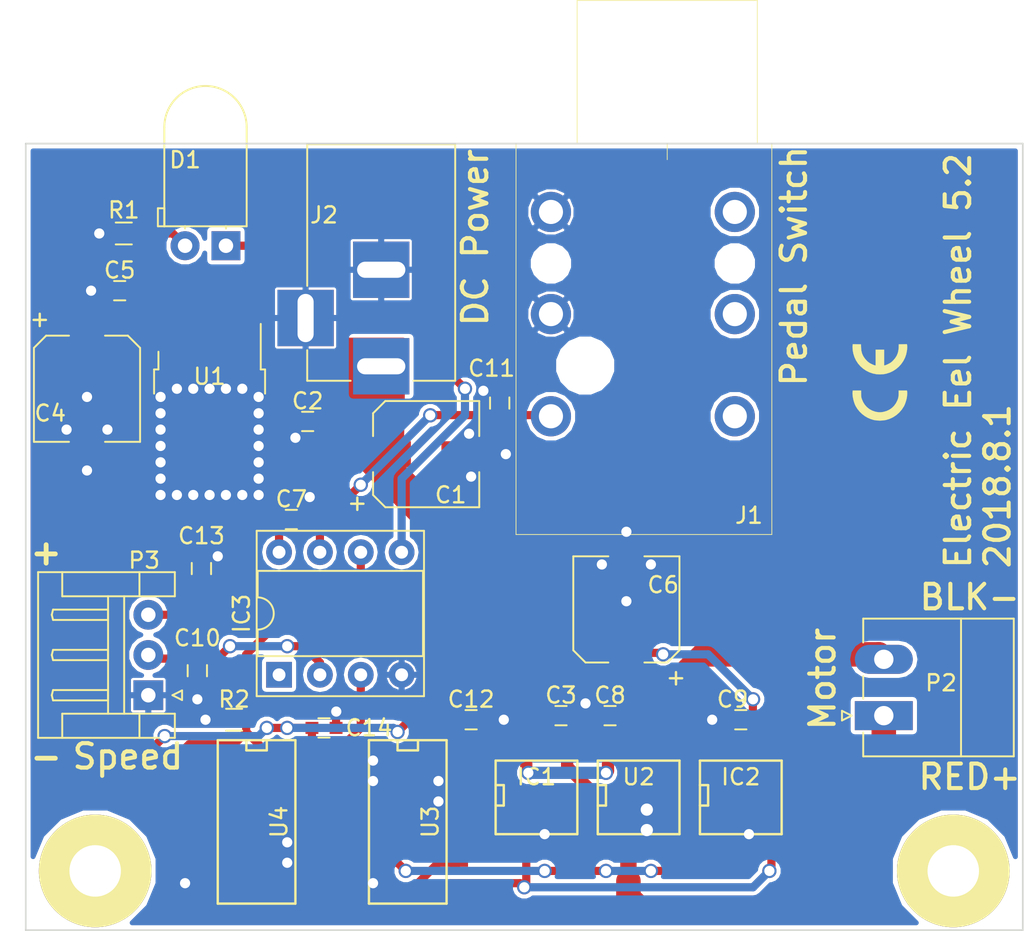
<source format=kicad_pcb>
(kicad_pcb (version 4) (host pcbnew 4.0.7)

  (general
    (links 84)
    (no_connects 0)
    (area 50.749999 50.749999 112.826001 99.745001)
    (thickness 1.6)
    (drawings 14)
    (tracks 339)
    (zones 0)
    (modules 31)
    (nets 21)
  )

  (page A3)
  (title_block
    (title "Electric Eel Wheel 5")
    (rev 1)
  )

  (layers
    (0 F.Cu signal)
    (31 B.Cu signal)
    (32 B.Adhes user)
    (33 F.Adhes user)
    (34 B.Paste user)
    (35 F.Paste user)
    (36 B.SilkS user)
    (37 F.SilkS user)
    (38 B.Mask user)
    (39 F.Mask user)
    (40 Dwgs.User user)
    (41 Cmts.User user)
    (42 Eco1.User user)
    (43 Eco2.User user)
    (44 Edge.Cuts user)
  )

  (setup
    (last_trace_width 0.762)
    (user_trace_width 0.508)
    (user_trace_width 0.762)
    (user_trace_width 1.016)
    (user_trace_width 1.524)
    (trace_clearance 0.2286)
    (zone_clearance 0.254)
    (zone_45_only no)
    (trace_min 0.254)
    (segment_width 0.254)
    (edge_width 0.1)
    (via_size 0.889)
    (via_drill 0.635)
    (via_min_size 0.889)
    (via_min_drill 0.508)
    (user_via 1.27 0.762)
    (uvia_size 0.508)
    (uvia_drill 0.127)
    (uvias_allowed no)
    (uvia_min_size 0.508)
    (uvia_min_drill 0.127)
    (pcb_text_width 0.3)
    (pcb_text_size 1.5 1.5)
    (mod_edge_width 0.15)
    (mod_text_size 1 1)
    (mod_text_width 0.15)
    (pad_size 1.397 1.397)
    (pad_drill 0.8128)
    (pad_to_mask_clearance 0)
    (aux_axis_origin 63.754 81.915)
    (visible_elements 7FFFFF7F)
    (pcbplotparams
      (layerselection 0x010e8_80000001)
      (usegerberextensions true)
      (excludeedgelayer true)
      (linewidth 0.150000)
      (plotframeref false)
      (viasonmask false)
      (mode 1)
      (useauxorigin false)
      (hpglpennumber 1)
      (hpglpenspeed 20)
      (hpglpendiameter 15)
      (hpglpenoverlay 2)
      (psnegative false)
      (psa4output false)
      (plotreference true)
      (plotvalue true)
      (plotinvisibletext false)
      (padsonsilk false)
      (subtractmaskfromsilk true)
      (outputformat 1)
      (mirror false)
      (drillshape 0)
      (scaleselection 1)
      (outputdirectory gerber/))
  )

  (net 0 "")
  (net 1 /Speed)
  (net 2 5V)
  (net 3 GND)
  (net 4 12V)
  (net 5 /Pedal)
  (net 6 /Led)
  (net 7 "Net-(D1-Pad2)")
  (net 8 "Net-(IC1-Pad7)")
  (net 9 "Net-(IC1-Pad5)")
  (net 10 /Mot0)
  (net 11 /Mot1)
  (net 12 "Net-(IC2-Pad7)")
  (net 13 "Net-(IC2-Pad5)")
  (net 14 /M_En)
  (net 15 /M_Dir)
  (net 16 "Net-(P2-Pad1)")
  (net 17 "Net-(P2-Pad2)")
  (net 18 "Net-(U4-Pad3)")
  (net 19 "Net-(U3-Pad4)")
  (net 20 "Net-(U3-Pad10)")

  (net_class Default "This is the default net class."
    (clearance 0.2286)
    (trace_width 0.254)
    (via_dia 0.889)
    (via_drill 0.635)
    (uvia_dia 0.508)
    (uvia_drill 0.127)
    (add_net /Led)
    (add_net /M_Dir)
    (add_net /M_En)
    (add_net /Mot0)
    (add_net /Mot1)
    (add_net /Pedal)
    (add_net /Speed)
    (add_net 12V)
    (add_net 5V)
    (add_net GND)
    (add_net "Net-(D1-Pad2)")
    (add_net "Net-(IC1-Pad5)")
    (add_net "Net-(IC1-Pad7)")
    (add_net "Net-(IC2-Pad5)")
    (add_net "Net-(IC2-Pad7)")
    (add_net "Net-(P2-Pad1)")
    (add_net "Net-(P2-Pad2)")
    (add_net "Net-(U3-Pad10)")
    (add_net "Net-(U3-Pad4)")
    (add_net "Net-(U4-Pad3)")
  )

  (module Housings_DIP:DIP-8_W7.62mm_Socket (layer F.Cu) (tedit 59C78D6B) (tstamp 5B2465FE)
    (at 66.548 83.82 90)
    (descr "8-lead though-hole mounted DIP package, row spacing 7.62 mm (300 mils), Socket")
    (tags "THT DIP DIL PDIP 2.54mm 7.62mm 300mil Socket")
    (path /5B24C0FB)
    (fp_text reference IC3 (at 3.81 -2.33 90) (layer F.SilkS)
      (effects (font (size 1 1) (thickness 0.15)))
    )
    (fp_text value ATTINY45-P (at 3.81 9.95 90) (layer F.Fab)
      (effects (font (size 1 1) (thickness 0.15)))
    )
    (fp_arc (start 3.81 -1.33) (end 2.81 -1.33) (angle -180) (layer F.SilkS) (width 0.12))
    (fp_line (start 1.635 -1.27) (end 6.985 -1.27) (layer F.Fab) (width 0.1))
    (fp_line (start 6.985 -1.27) (end 6.985 8.89) (layer F.Fab) (width 0.1))
    (fp_line (start 6.985 8.89) (end 0.635 8.89) (layer F.Fab) (width 0.1))
    (fp_line (start 0.635 8.89) (end 0.635 -0.27) (layer F.Fab) (width 0.1))
    (fp_line (start 0.635 -0.27) (end 1.635 -1.27) (layer F.Fab) (width 0.1))
    (fp_line (start -1.27 -1.33) (end -1.27 8.95) (layer F.Fab) (width 0.1))
    (fp_line (start -1.27 8.95) (end 8.89 8.95) (layer F.Fab) (width 0.1))
    (fp_line (start 8.89 8.95) (end 8.89 -1.33) (layer F.Fab) (width 0.1))
    (fp_line (start 8.89 -1.33) (end -1.27 -1.33) (layer F.Fab) (width 0.1))
    (fp_line (start 2.81 -1.33) (end 1.16 -1.33) (layer F.SilkS) (width 0.12))
    (fp_line (start 1.16 -1.33) (end 1.16 8.95) (layer F.SilkS) (width 0.12))
    (fp_line (start 1.16 8.95) (end 6.46 8.95) (layer F.SilkS) (width 0.12))
    (fp_line (start 6.46 8.95) (end 6.46 -1.33) (layer F.SilkS) (width 0.12))
    (fp_line (start 6.46 -1.33) (end 4.81 -1.33) (layer F.SilkS) (width 0.12))
    (fp_line (start -1.33 -1.39) (end -1.33 9.01) (layer F.SilkS) (width 0.12))
    (fp_line (start -1.33 9.01) (end 8.95 9.01) (layer F.SilkS) (width 0.12))
    (fp_line (start 8.95 9.01) (end 8.95 -1.39) (layer F.SilkS) (width 0.12))
    (fp_line (start 8.95 -1.39) (end -1.33 -1.39) (layer F.SilkS) (width 0.12))
    (fp_line (start -1.55 -1.6) (end -1.55 9.2) (layer F.CrtYd) (width 0.05))
    (fp_line (start -1.55 9.2) (end 9.15 9.2) (layer F.CrtYd) (width 0.05))
    (fp_line (start 9.15 9.2) (end 9.15 -1.6) (layer F.CrtYd) (width 0.05))
    (fp_line (start 9.15 -1.6) (end -1.55 -1.6) (layer F.CrtYd) (width 0.05))
    (fp_text user %R (at 3.81 3.81 90) (layer F.Fab)
      (effects (font (size 1 1) (thickness 0.15)))
    )
    (pad 1 thru_hole rect (at 0 0 90) (size 1.6 1.6) (drill 0.8) (layers *.Cu *.Mask))
    (pad 5 thru_hole oval (at 7.62 7.62 90) (size 1.6 1.6) (drill 0.8) (layers *.Cu *.Mask)
      (net 6 /Led))
    (pad 2 thru_hole oval (at 0 2.54 90) (size 1.6 1.6) (drill 0.8) (layers *.Cu *.Mask)
      (net 1 /Speed))
    (pad 6 thru_hole oval (at 7.62 5.08 90) (size 1.6 1.6) (drill 0.8) (layers *.Cu *.Mask)
      (net 14 /M_En))
    (pad 3 thru_hole oval (at 0 5.08 90) (size 1.6 1.6) (drill 0.8) (layers *.Cu *.Mask)
      (net 15 /M_Dir))
    (pad 7 thru_hole oval (at 7.62 2.54 90) (size 1.6 1.6) (drill 0.8) (layers *.Cu *.Mask)
      (net 5 /Pedal))
    (pad 4 thru_hole oval (at 0 7.62 90) (size 1.6 1.6) (drill 0.8) (layers *.Cu *.Mask)
      (net 3 GND))
    (pad 8 thru_hole oval (at 7.62 0 90) (size 1.6 1.6) (drill 0.8) (layers *.Cu *.Mask)
      (net 2 5V))
    (model ${KISYS3DMOD}/Housings_DIP.3dshapes/DIP-8_W7.62mm_Socket.wrl
      (at (xyz 0 0 0))
      (scale (xyz 1 1 1))
      (rotate (xyz 0 0 0))
    )
  )

  (module SMD_Packages:SOIC-14_N (layer F.Cu) (tedit 0) (tstamp 5B246964)
    (at 74.676 92.964 270)
    (descr "Module CMS SOJ 14 pins Large")
    (tags "CMS SOJ")
    (path /5B2AFDF1)
    (attr smd)
    (fp_text reference U3 (at 0 -1.27 270) (layer F.SilkS)
      (effects (font (size 1 1) (thickness 0.15)))
    )
    (fp_text value 7400 (at 0 1.27 270) (layer F.Fab)
      (effects (font (size 1 1) (thickness 0.15)))
    )
    (fp_line (start 5.08 -2.286) (end 5.08 2.54) (layer F.SilkS) (width 0.15))
    (fp_line (start 5.08 2.54) (end -5.08 2.54) (layer F.SilkS) (width 0.15))
    (fp_line (start -5.08 2.54) (end -5.08 -2.286) (layer F.SilkS) (width 0.15))
    (fp_line (start -5.08 -2.286) (end 5.08 -2.286) (layer F.SilkS) (width 0.15))
    (fp_line (start -5.08 -0.508) (end -4.445 -0.508) (layer F.SilkS) (width 0.15))
    (fp_line (start -4.445 -0.508) (end -4.445 0.762) (layer F.SilkS) (width 0.15))
    (fp_line (start -4.445 0.762) (end -5.08 0.762) (layer F.SilkS) (width 0.15))
    (pad 1 smd rect (at -3.81 3.302 270) (size 0.508 1.143) (layers F.Cu F.Paste F.Mask)
      (net 3 GND))
    (pad 2 smd rect (at -2.54 3.302 270) (size 0.508 1.143) (layers F.Cu F.Paste F.Mask)
      (net 3 GND))
    (pad 3 smd rect (at -1.27 3.302 270) (size 0.508 1.143) (layers F.Cu F.Paste F.Mask))
    (pad 4 smd rect (at 0 3.302 270) (size 0.508 1.143) (layers F.Cu F.Paste F.Mask)
      (net 19 "Net-(U3-Pad4)"))
    (pad 5 smd rect (at 1.27 3.302 270) (size 0.508 1.143) (layers F.Cu F.Paste F.Mask)
      (net 19 "Net-(U3-Pad4)"))
    (pad 6 smd rect (at 2.54 3.302 270) (size 0.508 1.143) (layers F.Cu F.Paste F.Mask)
      (net 10 /Mot0))
    (pad 7 smd rect (at 3.81 3.302 270) (size 0.508 1.143) (layers F.Cu F.Paste F.Mask)
      (net 3 GND))
    (pad 8 smd rect (at 3.81 -3.048 270) (size 0.508 1.143) (layers F.Cu F.Paste F.Mask)
      (net 11 /Mot1))
    (pad 9 smd rect (at 2.54 -3.048 270) (size 0.508 1.143) (layers F.Cu F.Paste F.Mask)
      (net 20 "Net-(U3-Pad10)"))
    (pad 11 smd rect (at 0 -3.048 270) (size 0.508 1.143) (layers F.Cu F.Paste F.Mask))
    (pad 12 smd rect (at -1.27 -3.048 270) (size 0.508 1.143) (layers F.Cu F.Paste F.Mask)
      (net 3 GND))
    (pad 13 smd rect (at -2.54 -3.048 270) (size 0.508 1.143) (layers F.Cu F.Paste F.Mask)
      (net 3 GND))
    (pad 14 smd rect (at -3.81 -3.048 270) (size 0.508 1.143) (layers F.Cu F.Paste F.Mask)
      (net 2 5V))
    (pad 10 smd rect (at 1.27 -3.048 270) (size 0.508 1.143) (layers F.Cu F.Paste F.Mask)
      (net 20 "Net-(U3-Pad10)"))
    (model SMD_Packages.3dshapes/SOIC-14_N.wrl
      (at (xyz 0 0 0))
      (scale (xyz 0.5 0.4 0.5))
      (rotate (xyz 0 0 0))
    )
  )

  (module Connectors_Phoenix:PhoenixContact_MC-G_02x3.50mm_Angled (layer F.Cu) (tedit 5B25326D) (tstamp 5B2468CF)
    (at 104.14 86.36 90)
    (descr "Generic Phoenix Contact connector footprint for series: MC-G; number of pins: 02; pin pitch: 3.50mm; Angled || order number: 1844210 8A 160V")
    (tags "phoenix_contact connector MC_01x02_G_3.5mm")
    (path /5B283654)
    (fp_text reference P2 (at 2.032 3.556 180) (layer F.SilkS)
      (effects (font (size 1 1) (thickness 0.15)))
    )
    (fp_text value Motor (at 1.75 9 90) (layer F.Fab) hide
      (effects (font (size 1 1) (thickness 0.15)))
    )
    (fp_line (start -2.53 -1.28) (end -2.53 8.08) (layer F.SilkS) (width 0.12))
    (fp_line (start -2.53 8.08) (end 6.03 8.08) (layer F.SilkS) (width 0.12))
    (fp_line (start 6.03 8.08) (end 6.03 -1.28) (layer F.SilkS) (width 0.12))
    (fp_line (start -2.53 -1.28) (end -1.05 -1.28) (layer F.SilkS) (width 0.12))
    (fp_line (start 6.03 -1.28) (end 4.55 -1.28) (layer F.SilkS) (width 0.12))
    (fp_line (start 1.05 -1.28) (end 2.45 -1.28) (layer F.SilkS) (width 0.12))
    (fp_line (start -2.45 -1.2) (end -2.45 8) (layer F.Fab) (width 0.1))
    (fp_line (start -2.45 8) (end 5.95 8) (layer F.Fab) (width 0.1))
    (fp_line (start 5.95 8) (end 5.95 -1.2) (layer F.Fab) (width 0.1))
    (fp_line (start 5.95 -1.2) (end -2.45 -1.2) (layer F.Fab) (width 0.1))
    (fp_line (start -2.53 4.8) (end 6.03 4.8) (layer F.SilkS) (width 0.12))
    (fp_line (start -3.03 -2.3) (end -3.03 8.5) (layer F.CrtYd) (width 0.05))
    (fp_line (start -3.03 8.5) (end 6.45 8.5) (layer F.CrtYd) (width 0.05))
    (fp_line (start 6.45 8.5) (end 6.45 -2.3) (layer F.CrtYd) (width 0.05))
    (fp_line (start 6.45 -2.3) (end -3.03 -2.3) (layer F.CrtYd) (width 0.05))
    (fp_line (start 0.3 -2.6) (end 0 -2) (layer F.SilkS) (width 0.12))
    (fp_line (start 0 -2) (end -0.3 -2.6) (layer F.SilkS) (width 0.12))
    (fp_line (start -0.3 -2.6) (end 0.3 -2.6) (layer F.SilkS) (width 0.12))
    (fp_line (start 0.8 -1.2) (end 0 0) (layer F.Fab) (width 0.1))
    (fp_line (start 0 0) (end -0.8 -1.2) (layer F.Fab) (width 0.1))
    (fp_text user %R (at 1.75 3 90) (layer F.Fab)
      (effects (font (size 1 1) (thickness 0.15)))
    )
    (pad 1 thru_hole rect (at 0 0 90) (size 1.8 3.6) (drill 1.2) (layers *.Cu *.Mask)
      (net 16 "Net-(P2-Pad1)"))
    (pad 2 thru_hole oval (at 3.5 0 90) (size 1.8 3.6) (drill 1.2) (layers *.Cu *.Mask)
      (net 17 "Net-(P2-Pad2)"))
    (model ${KISYS3DMOD}/Connectors_Phoenix.3dshapes/PhoenixContact_MC-G_02x3.50mm_Angled.wrl
      (at (xyz 0 0 0))
      (scale (xyz 1 1 1))
      (rotate (xyz 0 0 0))
    )
  )

  (module eewmini:ce (layer F.Cu) (tedit 0) (tstamp 5B2465B4)
    (at 103.886 65.659 90)
    (path /56B86657)
    (fp_text reference H4 (at 0 0 90) (layer F.SilkS) hide
      (effects (font (thickness 0.3)))
    )
    (fp_text value EEW_LOGO (at 0.75 0 90) (layer F.SilkS) hide
      (effects (font (thickness 0.3)))
    )
    (fp_poly (pts (xy -0.599267 -1.689593) (xy -0.570509 -1.686238) (xy -0.491067 -1.674325) (xy -0.491121 -1.417129)
      (xy -0.491176 -1.159933) (xy -0.690088 -1.158647) (xy -0.784848 -1.15687) (xy -0.857089 -1.151887)
      (xy -0.918119 -1.142091) (xy -0.979248 -1.125874) (xy -1.024466 -1.111102) (xy -1.213813 -1.02982)
      (xy -1.381539 -0.923515) (xy -1.526046 -0.794005) (xy -1.645731 -0.643107) (xy -1.738995 -0.472637)
      (xy -1.804236 -0.284414) (xy -1.821862 -0.205944) (xy -1.841852 -0.061646) (xy -1.842238 0.073207)
      (xy -1.823021 0.216789) (xy -1.821862 0.222877) (xy -1.768077 0.417499) (xy -1.685623 0.595174)
      (xy -1.576172 0.754006) (xy -1.441395 0.892102) (xy -1.282961 1.007565) (xy -1.102541 1.098499)
      (xy -1.024466 1.127623) (xy -0.956408 1.148856) (xy -0.895335 1.162631) (xy -0.829831 1.170571)
      (xy -0.748479 1.1743) (xy -0.690106 1.175168) (xy -0.491212 1.176867) (xy -0.491139 1.432983)
      (xy -0.491067 1.6891) (xy -0.543983 1.699683) (xy -0.622259 1.707444) (xy -0.728978 1.705715)
      (xy -0.860102 1.694604) (xy -0.897466 1.690219) (xy -0.995023 1.672505) (xy -1.109756 1.642874)
      (xy -1.230112 1.605073) (xy -1.344541 1.562851) (xy -1.44149 1.519954) (xy -1.47222 1.503766)
      (xy -1.674251 1.372207) (xy -1.854491 1.217599) (xy -2.010207 1.042772) (xy -2.138667 0.850556)
      (xy -2.182414 0.768206) (xy -2.263111 0.583419) (xy -2.317742 0.404766) (xy -2.348968 0.220836)
      (xy -2.359447 0.020221) (xy -2.359474 0.008466) (xy -2.350097 -0.193102) (xy -2.320184 -0.377355)
      (xy -2.267064 -0.55575) (xy -2.188063 -0.739742) (xy -2.18211 -0.751881) (xy -2.080181 -0.926592)
      (xy -1.953029 -1.092899) (xy -1.806391 -1.245193) (xy -1.646003 -1.377863) (xy -1.477601 -1.485299)
      (xy -1.385863 -1.530621) (xy -1.259071 -1.579764) (xy -1.119837 -1.621893) (xy -0.976199 -1.655475)
      (xy -0.836198 -1.678975) (xy -0.707874 -1.69086) (xy -0.599267 -1.689593)) (layer F.SilkS) (width 0.01))
    (fp_poly (pts (xy 2.313381 -1.685913) (xy 2.31826 -1.685138) (xy 2.388465 -1.673277) (xy 2.383799 -1.419891)
      (xy 2.379134 -1.166506) (xy 2.1844 -1.16145) (xy 1.988269 -1.143307) (xy 1.810332 -1.09838)
      (xy 1.646292 -1.024825) (xy 1.491852 -0.920799) (xy 1.369965 -0.812068) (xy 1.298389 -0.736993)
      (xy 1.244117 -0.668167) (xy 1.197177 -0.591768) (xy 1.162267 -0.524202) (xy 1.127939 -0.451263)
      (xy 1.098925 -0.383711) (xy 1.079101 -0.330886) (xy 1.073008 -0.309033) (xy 1.062567 -0.254)
      (xy 2.048934 -0.254) (xy 2.048934 0.270933) (xy 1.062567 0.270933) (xy 1.073008 0.325967)
      (xy 1.08487 0.364372) (xy 1.108414 0.423518) (xy 1.139767 0.494062) (xy 1.162267 0.541135)
      (xy 1.210109 0.631571) (xy 1.258091 0.704468) (xy 1.316187 0.773647) (xy 1.369965 0.829001)
      (xy 1.519757 0.959255) (xy 1.675642 1.057533) (xy 1.841917 1.125679) (xy 2.022881 1.165537)
      (xy 2.1844 1.178383) (xy 2.379134 1.183439) (xy 2.383796 1.436183) (xy 2.388459 1.688928)
      (xy 2.335113 1.699597) (xy 2.257658 1.707391) (xy 2.153552 1.706005) (xy 2.028703 1.695588)
      (xy 1.989667 1.690926) (xy 1.762368 1.645535) (xy 1.546273 1.569945) (xy 1.343853 1.466594)
      (xy 1.157581 1.33792) (xy 0.989927 1.18636) (xy 0.843365 1.014352) (xy 0.720365 0.824334)
      (xy 0.623401 0.618744) (xy 0.554944 0.400019) (xy 0.526326 0.247843) (xy 0.510117 0.014186)
      (xy 0.52569 -0.214885) (xy 0.571261 -0.436753) (xy 0.645044 -0.648799) (xy 0.745254 -0.848406)
      (xy 0.870103 -1.032957) (xy 1.017808 -1.199834) (xy 1.186582 -1.34642) (xy 1.37464 -1.470096)
      (xy 1.580196 -1.568245) (xy 1.801465 -1.63825) (xy 1.815135 -1.641482) (xy 1.921427 -1.662374)
      (xy 2.033946 -1.678091) (xy 2.143143 -1.687805) (xy 2.239471 -1.690689) (xy 2.313381 -1.685913)) (layer F.SilkS) (width 0.01))
  )

  (module SMD_Packages:SOIC-8-N (layer F.Cu) (tedit 0) (tstamp 5B2465C7)
    (at 82.55 91.44)
    (descr "Module Narrow CMS SOJ 8 pins large")
    (tags "CMS SOJ")
    (path /5B2830EA)
    (attr smd)
    (fp_text reference IC1 (at 0 -1.27) (layer F.SilkS)
      (effects (font (size 1 1) (thickness 0.15)))
    )
    (fp_text value IX4428N (at 0 1.27) (layer F.Fab)
      (effects (font (size 1 1) (thickness 0.15)))
    )
    (fp_line (start -2.54 -2.286) (end 2.54 -2.286) (layer F.SilkS) (width 0.15))
    (fp_line (start 2.54 -2.286) (end 2.54 2.286) (layer F.SilkS) (width 0.15))
    (fp_line (start 2.54 2.286) (end -2.54 2.286) (layer F.SilkS) (width 0.15))
    (fp_line (start -2.54 2.286) (end -2.54 -2.286) (layer F.SilkS) (width 0.15))
    (fp_line (start -2.54 -0.762) (end -2.032 -0.762) (layer F.SilkS) (width 0.15))
    (fp_line (start -2.032 -0.762) (end -2.032 0.508) (layer F.SilkS) (width 0.15))
    (fp_line (start -2.032 0.508) (end -2.54 0.508) (layer F.SilkS) (width 0.15))
    (pad 8 smd rect (at -1.905 -3.175) (size 0.508 1.143) (layers F.Cu F.Paste F.Mask))
    (pad 7 smd rect (at -0.635 -3.175) (size 0.508 1.143) (layers F.Cu F.Paste F.Mask)
      (net 8 "Net-(IC1-Pad7)"))
    (pad 6 smd rect (at 0.635 -3.175) (size 0.508 1.143) (layers F.Cu F.Paste F.Mask)
      (net 4 12V))
    (pad 5 smd rect (at 1.905 -3.175) (size 0.508 1.143) (layers F.Cu F.Paste F.Mask)
      (net 9 "Net-(IC1-Pad5)"))
    (pad 4 smd rect (at 1.905 3.175) (size 0.508 1.143) (layers F.Cu F.Paste F.Mask)
      (net 10 /Mot0))
    (pad 3 smd rect (at 0.635 3.175) (size 0.508 1.143) (layers F.Cu F.Paste F.Mask)
      (net 3 GND))
    (pad 2 smd rect (at -0.635 3.175) (size 0.508 1.143) (layers F.Cu F.Paste F.Mask)
      (net 11 /Mot1))
    (pad 1 smd rect (at -1.905 3.175) (size 0.508 1.143) (layers F.Cu F.Paste F.Mask))
    (model SMD_Packages.3dshapes/SOIC-8-N.wrl
      (at (xyz 0 0 0))
      (scale (xyz 0.5 0.38 0.5))
      (rotate (xyz 0 0 0))
    )
  )

  (module SMD_Packages:SOIC-8-N (layer F.Cu) (tedit 0) (tstamp 5B2465DA)
    (at 95.25 91.44)
    (descr "Module Narrow CMS SOJ 8 pins large")
    (tags "CMS SOJ")
    (path /5B2831D9)
    (attr smd)
    (fp_text reference IC2 (at 0 -1.27) (layer F.SilkS)
      (effects (font (size 1 1) (thickness 0.15)))
    )
    (fp_text value IX4428N (at 0 1.27) (layer F.Fab)
      (effects (font (size 1 1) (thickness 0.15)))
    )
    (fp_line (start -2.54 -2.286) (end 2.54 -2.286) (layer F.SilkS) (width 0.15))
    (fp_line (start 2.54 -2.286) (end 2.54 2.286) (layer F.SilkS) (width 0.15))
    (fp_line (start 2.54 2.286) (end -2.54 2.286) (layer F.SilkS) (width 0.15))
    (fp_line (start -2.54 2.286) (end -2.54 -2.286) (layer F.SilkS) (width 0.15))
    (fp_line (start -2.54 -0.762) (end -2.032 -0.762) (layer F.SilkS) (width 0.15))
    (fp_line (start -2.032 -0.762) (end -2.032 0.508) (layer F.SilkS) (width 0.15))
    (fp_line (start -2.032 0.508) (end -2.54 0.508) (layer F.SilkS) (width 0.15))
    (pad 8 smd rect (at -1.905 -3.175) (size 0.508 1.143) (layers F.Cu F.Paste F.Mask))
    (pad 7 smd rect (at -0.635 -3.175) (size 0.508 1.143) (layers F.Cu F.Paste F.Mask)
      (net 12 "Net-(IC2-Pad7)"))
    (pad 6 smd rect (at 0.635 -3.175) (size 0.508 1.143) (layers F.Cu F.Paste F.Mask)
      (net 4 12V))
    (pad 5 smd rect (at 1.905 -3.175) (size 0.508 1.143) (layers F.Cu F.Paste F.Mask)
      (net 13 "Net-(IC2-Pad5)"))
    (pad 4 smd rect (at 1.905 3.175) (size 0.508 1.143) (layers F.Cu F.Paste F.Mask)
      (net 11 /Mot1))
    (pad 3 smd rect (at 0.635 3.175) (size 0.508 1.143) (layers F.Cu F.Paste F.Mask)
      (net 3 GND))
    (pad 2 smd rect (at -0.635 3.175) (size 0.508 1.143) (layers F.Cu F.Paste F.Mask)
      (net 10 /Mot0))
    (pad 1 smd rect (at -1.905 3.175) (size 0.508 1.143) (layers F.Cu F.Paste F.Mask))
    (model SMD_Packages.3dshapes/SOIC-8-N.wrl
      (at (xyz 0 0 0))
      (scale (xyz 0.5 0.38 0.5))
      (rotate (xyz 0 0 0))
    )
  )

  (module Capacitors_SMD:CP_Elec_6.3x5.7 (layer F.Cu) (tedit 5B254327) (tstamp 5B246792)
    (at 75.692 70.104)
    (descr "SMT capacitor, aluminium electrolytic, 6.3x5.7")
    (path /5B23AD55)
    (attr smd)
    (fp_text reference C1 (at 1.524 2.54) (layer F.SilkS)
      (effects (font (size 1 1) (thickness 0.15)))
    )
    (fp_text value 100uF (at 0 -4.56) (layer F.Fab) hide
      (effects (font (size 1 1) (thickness 0.15)))
    )
    (fp_circle (center 0 0) (end 0.6 3) (layer F.Fab) (width 0.1))
    (fp_text user + (at -1.79 -0.06) (layer F.Fab)
      (effects (font (size 1 1) (thickness 0.15)))
    )
    (fp_text user + (at -4.28 3.01) (layer F.SilkS)
      (effects (font (size 1 1) (thickness 0.15)))
    )
    (fp_text user %R (at 0 4.56) (layer F.Fab)
      (effects (font (size 1 1) (thickness 0.15)))
    )
    (fp_line (start 3.15 3.15) (end 3.15 -3.15) (layer F.Fab) (width 0.1))
    (fp_line (start -2.48 3.15) (end 3.15 3.15) (layer F.Fab) (width 0.1))
    (fp_line (start -3.15 2.48) (end -2.48 3.15) (layer F.Fab) (width 0.1))
    (fp_line (start -3.15 -2.48) (end -3.15 2.48) (layer F.Fab) (width 0.1))
    (fp_line (start -2.48 -3.15) (end -3.15 -2.48) (layer F.Fab) (width 0.1))
    (fp_line (start 3.15 -3.15) (end -2.48 -3.15) (layer F.Fab) (width 0.1))
    (fp_line (start 3.3 -3.3) (end 3.3 -1.12) (layer F.SilkS) (width 0.12))
    (fp_line (start 3.3 3.3) (end 3.3 1.12) (layer F.SilkS) (width 0.12))
    (fp_line (start -3.3 2.54) (end -3.3 1.12) (layer F.SilkS) (width 0.12))
    (fp_line (start -3.3 -2.54) (end -3.3 -1.12) (layer F.SilkS) (width 0.12))
    (fp_line (start 3.3 3.3) (end -2.54 3.3) (layer F.SilkS) (width 0.12))
    (fp_line (start -2.54 3.3) (end -3.3 2.54) (layer F.SilkS) (width 0.12))
    (fp_line (start -3.3 -2.54) (end -2.54 -3.3) (layer F.SilkS) (width 0.12))
    (fp_line (start -2.54 -3.3) (end 3.3 -3.3) (layer F.SilkS) (width 0.12))
    (fp_line (start -4.7 -3.4) (end 4.7 -3.4) (layer F.CrtYd) (width 0.05))
    (fp_line (start -4.7 -3.4) (end -4.7 3.4) (layer F.CrtYd) (width 0.05))
    (fp_line (start 4.7 3.4) (end 4.7 -3.4) (layer F.CrtYd) (width 0.05))
    (fp_line (start 4.7 3.4) (end -4.7 3.4) (layer F.CrtYd) (width 0.05))
    (pad 1 smd rect (at -2.7 0 180) (size 3.5 1.6) (layers F.Cu F.Paste F.Mask)
      (net 4 12V))
    (pad 2 smd rect (at 2.7 0 180) (size 3.5 1.6) (layers F.Cu F.Paste F.Mask)
      (net 3 GND))
    (model Capacitors_SMD.3dshapes/CP_Elec_6.3x5.7.wrl
      (at (xyz 0 0 0))
      (scale (xyz 1 1 1))
      (rotate (xyz 0 0 180))
    )
  )

  (module Capacitors_SMD:C_0603 (layer F.Cu) (tedit 5B2522E0) (tstamp 5B2467AD)
    (at 68.326 68.072 180)
    (descr "Capacitor SMD 0603, reflow soldering, AVX (see smccp.pdf)")
    (tags "capacitor 0603")
    (path /5B23754C)
    (attr smd)
    (fp_text reference C2 (at 0 1.27 360) (layer F.SilkS)
      (effects (font (size 1 1) (thickness 0.15)))
    )
    (fp_text value 0.1uF (at 0 1.5 180) (layer F.Fab) hide
      (effects (font (size 1 1) (thickness 0.15)))
    )
    (fp_line (start 1.4 0.65) (end -1.4 0.65) (layer F.CrtYd) (width 0.05))
    (fp_line (start 1.4 0.65) (end 1.4 -0.65) (layer F.CrtYd) (width 0.05))
    (fp_line (start -1.4 -0.65) (end -1.4 0.65) (layer F.CrtYd) (width 0.05))
    (fp_line (start -1.4 -0.65) (end 1.4 -0.65) (layer F.CrtYd) (width 0.05))
    (fp_line (start 0.35 0.6) (end -0.35 0.6) (layer F.SilkS) (width 0.12))
    (fp_line (start -0.35 -0.6) (end 0.35 -0.6) (layer F.SilkS) (width 0.12))
    (fp_line (start -0.8 -0.4) (end 0.8 -0.4) (layer F.Fab) (width 0.1))
    (fp_line (start 0.8 -0.4) (end 0.8 0.4) (layer F.Fab) (width 0.1))
    (fp_line (start 0.8 0.4) (end -0.8 0.4) (layer F.Fab) (width 0.1))
    (fp_line (start -0.8 0.4) (end -0.8 -0.4) (layer F.Fab) (width 0.1))
    (fp_text user %R (at 0 0 180) (layer F.Fab)
      (effects (font (size 0.3 0.3) (thickness 0.075)))
    )
    (pad 2 smd rect (at 0.75 0 180) (size 0.8 0.75) (layers F.Cu F.Paste F.Mask)
      (net 3 GND))
    (pad 1 smd rect (at -0.75 0 180) (size 0.8 0.75) (layers F.Cu F.Paste F.Mask)
      (net 4 12V))
    (model Capacitors_SMD.3dshapes/C_0603.wrl
      (at (xyz 0 0 0))
      (scale (xyz 1 1 1))
      (rotate (xyz 0 0 0))
    )
  )

  (module Capacitors_SMD:C_0603 (layer F.Cu) (tedit 5B25328B) (tstamp 5B2467BD)
    (at 84.074 86.36 180)
    (descr "Capacitor SMD 0603, reflow soldering, AVX (see smccp.pdf)")
    (tags "capacitor 0603")
    (path /5B29874F)
    (attr smd)
    (fp_text reference C3 (at 0 1.27 180) (layer F.SilkS)
      (effects (font (size 1 1) (thickness 0.15)))
    )
    (fp_text value 0.1uF (at 0 1.5 180) (layer F.Fab) hide
      (effects (font (size 1 1) (thickness 0.15)))
    )
    (fp_line (start 1.4 0.65) (end -1.4 0.65) (layer F.CrtYd) (width 0.05))
    (fp_line (start 1.4 0.65) (end 1.4 -0.65) (layer F.CrtYd) (width 0.05))
    (fp_line (start -1.4 -0.65) (end -1.4 0.65) (layer F.CrtYd) (width 0.05))
    (fp_line (start -1.4 -0.65) (end 1.4 -0.65) (layer F.CrtYd) (width 0.05))
    (fp_line (start 0.35 0.6) (end -0.35 0.6) (layer F.SilkS) (width 0.12))
    (fp_line (start -0.35 -0.6) (end 0.35 -0.6) (layer F.SilkS) (width 0.12))
    (fp_line (start -0.8 -0.4) (end 0.8 -0.4) (layer F.Fab) (width 0.1))
    (fp_line (start 0.8 -0.4) (end 0.8 0.4) (layer F.Fab) (width 0.1))
    (fp_line (start 0.8 0.4) (end -0.8 0.4) (layer F.Fab) (width 0.1))
    (fp_line (start -0.8 0.4) (end -0.8 -0.4) (layer F.Fab) (width 0.1))
    (fp_text user %R (at 0 0 180) (layer F.Fab)
      (effects (font (size 0.3 0.3) (thickness 0.075)))
    )
    (pad 2 smd rect (at 0.75 0 180) (size 0.8 0.75) (layers F.Cu F.Paste F.Mask)
      (net 4 12V))
    (pad 1 smd rect (at -0.75 0 180) (size 0.8 0.75) (layers F.Cu F.Paste F.Mask)
      (net 3 GND))
    (model Capacitors_SMD.3dshapes/C_0603.wrl
      (at (xyz 0 0 0))
      (scale (xyz 1 1 1))
      (rotate (xyz 0 0 0))
    )
  )

  (module Capacitors_SMD:CP_Elec_6.3x5.7 (layer F.Cu) (tedit 5B254303) (tstamp 5B2467CD)
    (at 54.61 66.04 270)
    (descr "SMT capacitor, aluminium electrolytic, 6.3x5.7")
    (path /5B242ADF)
    (attr smd)
    (fp_text reference C4 (at 1.524 2.286 360) (layer F.SilkS)
      (effects (font (size 1 1) (thickness 0.15)))
    )
    (fp_text value 100uF (at 0 -4.56 270) (layer F.Fab) hide
      (effects (font (size 1 1) (thickness 0.15)))
    )
    (fp_circle (center 0 0) (end 0.6 3) (layer F.Fab) (width 0.1))
    (fp_text user + (at -1.79 -0.06 270) (layer F.Fab)
      (effects (font (size 1 1) (thickness 0.15)))
    )
    (fp_text user + (at -4.28 3.01 270) (layer F.SilkS)
      (effects (font (size 1 1) (thickness 0.15)))
    )
    (fp_text user %R (at 0 4.56 270) (layer F.Fab)
      (effects (font (size 1 1) (thickness 0.15)))
    )
    (fp_line (start 3.15 3.15) (end 3.15 -3.15) (layer F.Fab) (width 0.1))
    (fp_line (start -2.48 3.15) (end 3.15 3.15) (layer F.Fab) (width 0.1))
    (fp_line (start -3.15 2.48) (end -2.48 3.15) (layer F.Fab) (width 0.1))
    (fp_line (start -3.15 -2.48) (end -3.15 2.48) (layer F.Fab) (width 0.1))
    (fp_line (start -2.48 -3.15) (end -3.15 -2.48) (layer F.Fab) (width 0.1))
    (fp_line (start 3.15 -3.15) (end -2.48 -3.15) (layer F.Fab) (width 0.1))
    (fp_line (start 3.3 -3.3) (end 3.3 -1.12) (layer F.SilkS) (width 0.12))
    (fp_line (start 3.3 3.3) (end 3.3 1.12) (layer F.SilkS) (width 0.12))
    (fp_line (start -3.3 2.54) (end -3.3 1.12) (layer F.SilkS) (width 0.12))
    (fp_line (start -3.3 -2.54) (end -3.3 -1.12) (layer F.SilkS) (width 0.12))
    (fp_line (start 3.3 3.3) (end -2.54 3.3) (layer F.SilkS) (width 0.12))
    (fp_line (start -2.54 3.3) (end -3.3 2.54) (layer F.SilkS) (width 0.12))
    (fp_line (start -3.3 -2.54) (end -2.54 -3.3) (layer F.SilkS) (width 0.12))
    (fp_line (start -2.54 -3.3) (end 3.3 -3.3) (layer F.SilkS) (width 0.12))
    (fp_line (start -4.7 -3.4) (end 4.7 -3.4) (layer F.CrtYd) (width 0.05))
    (fp_line (start -4.7 -3.4) (end -4.7 3.4) (layer F.CrtYd) (width 0.05))
    (fp_line (start 4.7 3.4) (end 4.7 -3.4) (layer F.CrtYd) (width 0.05))
    (fp_line (start 4.7 3.4) (end -4.7 3.4) (layer F.CrtYd) (width 0.05))
    (pad 1 smd rect (at -2.7 0 90) (size 3.5 1.6) (layers F.Cu F.Paste F.Mask)
      (net 2 5V))
    (pad 2 smd rect (at 2.7 0 90) (size 3.5 1.6) (layers F.Cu F.Paste F.Mask)
      (net 3 GND))
    (model Capacitors_SMD.3dshapes/CP_Elec_6.3x5.7.wrl
      (at (xyz 0 0 0))
      (scale (xyz 1 1 1))
      (rotate (xyz 0 0 180))
    )
  )

  (module Capacitors_SMD:C_0603 (layer F.Cu) (tedit 5B2522AD) (tstamp 5B2467E8)
    (at 56.642 59.944 180)
    (descr "Capacitor SMD 0603, reflow soldering, AVX (see smccp.pdf)")
    (tags "capacitor 0603")
    (path /5B243C20)
    (attr smd)
    (fp_text reference C5 (at 0 1.27 180) (layer F.SilkS)
      (effects (font (size 1 1) (thickness 0.15)))
    )
    (fp_text value 0.1uF (at 0 1.5 180) (layer F.Fab) hide
      (effects (font (size 1 1) (thickness 0.15)))
    )
    (fp_line (start 1.4 0.65) (end -1.4 0.65) (layer F.CrtYd) (width 0.05))
    (fp_line (start 1.4 0.65) (end 1.4 -0.65) (layer F.CrtYd) (width 0.05))
    (fp_line (start -1.4 -0.65) (end -1.4 0.65) (layer F.CrtYd) (width 0.05))
    (fp_line (start -1.4 -0.65) (end 1.4 -0.65) (layer F.CrtYd) (width 0.05))
    (fp_line (start 0.35 0.6) (end -0.35 0.6) (layer F.SilkS) (width 0.12))
    (fp_line (start -0.35 -0.6) (end 0.35 -0.6) (layer F.SilkS) (width 0.12))
    (fp_line (start -0.8 -0.4) (end 0.8 -0.4) (layer F.Fab) (width 0.1))
    (fp_line (start 0.8 -0.4) (end 0.8 0.4) (layer F.Fab) (width 0.1))
    (fp_line (start 0.8 0.4) (end -0.8 0.4) (layer F.Fab) (width 0.1))
    (fp_line (start -0.8 0.4) (end -0.8 -0.4) (layer F.Fab) (width 0.1))
    (fp_text user %R (at 0 0 180) (layer F.Fab)
      (effects (font (size 0.3 0.3) (thickness 0.075)))
    )
    (pad 2 smd rect (at 0.75 0 180) (size 0.8 0.75) (layers F.Cu F.Paste F.Mask)
      (net 3 GND))
    (pad 1 smd rect (at -0.75 0 180) (size 0.8 0.75) (layers F.Cu F.Paste F.Mask)
      (net 2 5V))
    (model Capacitors_SMD.3dshapes/C_0603.wrl
      (at (xyz 0 0 0))
      (scale (xyz 1 1 1))
      (rotate (xyz 0 0 0))
    )
  )

  (module Capacitors_SMD:CP_Elec_6.3x5.7 (layer F.Cu) (tedit 5B2542A1) (tstamp 5B2467F8)
    (at 88.138 79.756 90)
    (descr "SMT capacitor, aluminium electrolytic, 6.3x5.7")
    (path /5B2C0C56)
    (attr smd)
    (fp_text reference C6 (at 1.524 2.286 180) (layer F.SilkS)
      (effects (font (size 1 1) (thickness 0.15)))
    )
    (fp_text value 100uF (at 0 -4.56 90) (layer F.Fab) hide
      (effects (font (size 1 1) (thickness 0.15)))
    )
    (fp_circle (center 0 0) (end 0.6 3) (layer F.Fab) (width 0.1))
    (fp_text user + (at -1.79 -0.06 90) (layer F.Fab)
      (effects (font (size 1 1) (thickness 0.15)))
    )
    (fp_text user + (at -4.28 3.01 90) (layer F.SilkS)
      (effects (font (size 1 1) (thickness 0.15)))
    )
    (fp_text user %R (at 0 4.56 90) (layer F.Fab)
      (effects (font (size 1 1) (thickness 0.15)))
    )
    (fp_line (start 3.15 3.15) (end 3.15 -3.15) (layer F.Fab) (width 0.1))
    (fp_line (start -2.48 3.15) (end 3.15 3.15) (layer F.Fab) (width 0.1))
    (fp_line (start -3.15 2.48) (end -2.48 3.15) (layer F.Fab) (width 0.1))
    (fp_line (start -3.15 -2.48) (end -3.15 2.48) (layer F.Fab) (width 0.1))
    (fp_line (start -2.48 -3.15) (end -3.15 -2.48) (layer F.Fab) (width 0.1))
    (fp_line (start 3.15 -3.15) (end -2.48 -3.15) (layer F.Fab) (width 0.1))
    (fp_line (start 3.3 -3.3) (end 3.3 -1.12) (layer F.SilkS) (width 0.12))
    (fp_line (start 3.3 3.3) (end 3.3 1.12) (layer F.SilkS) (width 0.12))
    (fp_line (start -3.3 2.54) (end -3.3 1.12) (layer F.SilkS) (width 0.12))
    (fp_line (start -3.3 -2.54) (end -3.3 -1.12) (layer F.SilkS) (width 0.12))
    (fp_line (start 3.3 3.3) (end -2.54 3.3) (layer F.SilkS) (width 0.12))
    (fp_line (start -2.54 3.3) (end -3.3 2.54) (layer F.SilkS) (width 0.12))
    (fp_line (start -3.3 -2.54) (end -2.54 -3.3) (layer F.SilkS) (width 0.12))
    (fp_line (start -2.54 -3.3) (end 3.3 -3.3) (layer F.SilkS) (width 0.12))
    (fp_line (start -4.7 -3.4) (end 4.7 -3.4) (layer F.CrtYd) (width 0.05))
    (fp_line (start -4.7 -3.4) (end -4.7 3.4) (layer F.CrtYd) (width 0.05))
    (fp_line (start 4.7 3.4) (end 4.7 -3.4) (layer F.CrtYd) (width 0.05))
    (fp_line (start 4.7 3.4) (end -4.7 3.4) (layer F.CrtYd) (width 0.05))
    (pad 1 smd rect (at -2.7 0 270) (size 3.5 1.6) (layers F.Cu F.Paste F.Mask)
      (net 4 12V))
    (pad 2 smd rect (at 2.7 0 270) (size 3.5 1.6) (layers F.Cu F.Paste F.Mask)
      (net 3 GND))
    (model Capacitors_SMD.3dshapes/CP_Elec_6.3x5.7.wrl
      (at (xyz 0 0 0))
      (scale (xyz 1 1 1))
      (rotate (xyz 0 0 180))
    )
  )

  (module Capacitors_SMD:C_0603 (layer F.Cu) (tedit 5B2533CB) (tstamp 5B246813)
    (at 67.31 74.168)
    (descr "Capacitor SMD 0603, reflow soldering, AVX (see smccp.pdf)")
    (tags "capacitor 0603")
    (path /5B24D8EE)
    (attr smd)
    (fp_text reference C7 (at 0 -1.27) (layer F.SilkS)
      (effects (font (size 1 1) (thickness 0.15)))
    )
    (fp_text value 0.1uF (at 0 1.5) (layer F.Fab) hide
      (effects (font (size 1 1) (thickness 0.15)))
    )
    (fp_line (start 1.4 0.65) (end -1.4 0.65) (layer F.CrtYd) (width 0.05))
    (fp_line (start 1.4 0.65) (end 1.4 -0.65) (layer F.CrtYd) (width 0.05))
    (fp_line (start -1.4 -0.65) (end -1.4 0.65) (layer F.CrtYd) (width 0.05))
    (fp_line (start -1.4 -0.65) (end 1.4 -0.65) (layer F.CrtYd) (width 0.05))
    (fp_line (start 0.35 0.6) (end -0.35 0.6) (layer F.SilkS) (width 0.12))
    (fp_line (start -0.35 -0.6) (end 0.35 -0.6) (layer F.SilkS) (width 0.12))
    (fp_line (start -0.8 -0.4) (end 0.8 -0.4) (layer F.Fab) (width 0.1))
    (fp_line (start 0.8 -0.4) (end 0.8 0.4) (layer F.Fab) (width 0.1))
    (fp_line (start 0.8 0.4) (end -0.8 0.4) (layer F.Fab) (width 0.1))
    (fp_line (start -0.8 0.4) (end -0.8 -0.4) (layer F.Fab) (width 0.1))
    (fp_text user %R (at 0 0) (layer F.Fab)
      (effects (font (size 0.3 0.3) (thickness 0.075)))
    )
    (pad 2 smd rect (at 0.75 0) (size 0.8 0.75) (layers F.Cu F.Paste F.Mask)
      (net 3 GND))
    (pad 1 smd rect (at -0.75 0) (size 0.8 0.75) (layers F.Cu F.Paste F.Mask)
      (net 2 5V))
    (model Capacitors_SMD.3dshapes/C_0603.wrl
      (at (xyz 0 0 0))
      (scale (xyz 1 1 1))
      (rotate (xyz 0 0 0))
    )
  )

  (module Capacitors_SMD:C_0603 (layer F.Cu) (tedit 5B25328E) (tstamp 5B246823)
    (at 87.122 86.36 180)
    (descr "Capacitor SMD 0603, reflow soldering, AVX (see smccp.pdf)")
    (tags "capacitor 0603")
    (path /5B2C0F96)
    (attr smd)
    (fp_text reference C8 (at 0 1.27 180) (layer F.SilkS)
      (effects (font (size 1 1) (thickness 0.15)))
    )
    (fp_text value 0.1uF (at 0 1.5 180) (layer F.Fab) hide
      (effects (font (size 1 1) (thickness 0.15)))
    )
    (fp_line (start 1.4 0.65) (end -1.4 0.65) (layer F.CrtYd) (width 0.05))
    (fp_line (start 1.4 0.65) (end 1.4 -0.65) (layer F.CrtYd) (width 0.05))
    (fp_line (start -1.4 -0.65) (end -1.4 0.65) (layer F.CrtYd) (width 0.05))
    (fp_line (start -1.4 -0.65) (end 1.4 -0.65) (layer F.CrtYd) (width 0.05))
    (fp_line (start 0.35 0.6) (end -0.35 0.6) (layer F.SilkS) (width 0.12))
    (fp_line (start -0.35 -0.6) (end 0.35 -0.6) (layer F.SilkS) (width 0.12))
    (fp_line (start -0.8 -0.4) (end 0.8 -0.4) (layer F.Fab) (width 0.1))
    (fp_line (start 0.8 -0.4) (end 0.8 0.4) (layer F.Fab) (width 0.1))
    (fp_line (start 0.8 0.4) (end -0.8 0.4) (layer F.Fab) (width 0.1))
    (fp_line (start -0.8 0.4) (end -0.8 -0.4) (layer F.Fab) (width 0.1))
    (fp_text user %R (at 0 0 180) (layer F.Fab)
      (effects (font (size 0.3 0.3) (thickness 0.075)))
    )
    (pad 2 smd rect (at 0.75 0 180) (size 0.8 0.75) (layers F.Cu F.Paste F.Mask)
      (net 3 GND))
    (pad 1 smd rect (at -0.75 0 180) (size 0.8 0.75) (layers F.Cu F.Paste F.Mask)
      (net 4 12V))
    (model Capacitors_SMD.3dshapes/C_0603.wrl
      (at (xyz 0 0 0))
      (scale (xyz 1 1 1))
      (rotate (xyz 0 0 0))
    )
  )

  (module Capacitors_SMD:C_0603 (layer F.Cu) (tedit 5B254138) (tstamp 5B246833)
    (at 95.25 86.614 180)
    (descr "Capacitor SMD 0603, reflow soldering, AVX (see smccp.pdf)")
    (tags "capacitor 0603")
    (path /5B298146)
    (attr smd)
    (fp_text reference C9 (at 0.508 1.27 180) (layer F.SilkS)
      (effects (font (size 1 1) (thickness 0.15)))
    )
    (fp_text value 0.1uF (at 0 1.5 180) (layer F.Fab) hide
      (effects (font (size 1 1) (thickness 0.15)))
    )
    (fp_line (start 1.4 0.65) (end -1.4 0.65) (layer F.CrtYd) (width 0.05))
    (fp_line (start 1.4 0.65) (end 1.4 -0.65) (layer F.CrtYd) (width 0.05))
    (fp_line (start -1.4 -0.65) (end -1.4 0.65) (layer F.CrtYd) (width 0.05))
    (fp_line (start -1.4 -0.65) (end 1.4 -0.65) (layer F.CrtYd) (width 0.05))
    (fp_line (start 0.35 0.6) (end -0.35 0.6) (layer F.SilkS) (width 0.12))
    (fp_line (start -0.35 -0.6) (end 0.35 -0.6) (layer F.SilkS) (width 0.12))
    (fp_line (start -0.8 -0.4) (end 0.8 -0.4) (layer F.Fab) (width 0.1))
    (fp_line (start 0.8 -0.4) (end 0.8 0.4) (layer F.Fab) (width 0.1))
    (fp_line (start 0.8 0.4) (end -0.8 0.4) (layer F.Fab) (width 0.1))
    (fp_line (start -0.8 0.4) (end -0.8 -0.4) (layer F.Fab) (width 0.1))
    (fp_text user %R (at 0 0 180) (layer F.Fab)
      (effects (font (size 0.3 0.3) (thickness 0.075)))
    )
    (pad 2 smd rect (at 0.75 0 180) (size 0.8 0.75) (layers F.Cu F.Paste F.Mask)
      (net 3 GND))
    (pad 1 smd rect (at -0.75 0 180) (size 0.8 0.75) (layers F.Cu F.Paste F.Mask)
      (net 4 12V))
    (model Capacitors_SMD.3dshapes/C_0603.wrl
      (at (xyz 0 0 0))
      (scale (xyz 1 1 1))
      (rotate (xyz 0 0 0))
    )
  )

  (module Capacitors_SMD:C_0603 (layer F.Cu) (tedit 5B25357E) (tstamp 5B246843)
    (at 61.468 83.566 270)
    (descr "Capacitor SMD 0603, reflow soldering, AVX (see smccp.pdf)")
    (tags "capacitor 0603")
    (path /5B26835C)
    (attr smd)
    (fp_text reference C10 (at -2.032 0 360) (layer F.SilkS)
      (effects (font (size 1 1) (thickness 0.15)))
    )
    (fp_text value 0.1uF (at 0 1.5 270) (layer F.Fab) hide
      (effects (font (size 1 1) (thickness 0.15)))
    )
    (fp_line (start 1.4 0.65) (end -1.4 0.65) (layer F.CrtYd) (width 0.05))
    (fp_line (start 1.4 0.65) (end 1.4 -0.65) (layer F.CrtYd) (width 0.05))
    (fp_line (start -1.4 -0.65) (end -1.4 0.65) (layer F.CrtYd) (width 0.05))
    (fp_line (start -1.4 -0.65) (end 1.4 -0.65) (layer F.CrtYd) (width 0.05))
    (fp_line (start 0.35 0.6) (end -0.35 0.6) (layer F.SilkS) (width 0.12))
    (fp_line (start -0.35 -0.6) (end 0.35 -0.6) (layer F.SilkS) (width 0.12))
    (fp_line (start -0.8 -0.4) (end 0.8 -0.4) (layer F.Fab) (width 0.1))
    (fp_line (start 0.8 -0.4) (end 0.8 0.4) (layer F.Fab) (width 0.1))
    (fp_line (start 0.8 0.4) (end -0.8 0.4) (layer F.Fab) (width 0.1))
    (fp_line (start -0.8 0.4) (end -0.8 -0.4) (layer F.Fab) (width 0.1))
    (fp_text user %R (at 0 0 270) (layer F.Fab)
      (effects (font (size 0.3 0.3) (thickness 0.075)))
    )
    (pad 2 smd rect (at 0.75 0 270) (size 0.8 0.75) (layers F.Cu F.Paste F.Mask)
      (net 3 GND))
    (pad 1 smd rect (at -0.75 0 270) (size 0.8 0.75) (layers F.Cu F.Paste F.Mask)
      (net 1 /Speed))
    (model Capacitors_SMD.3dshapes/C_0603.wrl
      (at (xyz 0 0 0))
      (scale (xyz 1 1 1))
      (rotate (xyz 0 0 0))
    )
  )

  (module Capacitors_SMD:C_0603 (layer F.Cu) (tedit 5B259083) (tstamp 5B246853)
    (at 80.264 66.929 90)
    (descr "Capacitor SMD 0603, reflow soldering, AVX (see smccp.pdf)")
    (tags "capacitor 0603")
    (path /5B26065C)
    (attr smd)
    (fp_text reference C11 (at 2.159 -0.508 180) (layer F.SilkS)
      (effects (font (size 1 1) (thickness 0.15)))
    )
    (fp_text value 0.1uF (at 0 1.5 90) (layer F.Fab) hide
      (effects (font (size 1 1) (thickness 0.15)))
    )
    (fp_line (start 1.4 0.65) (end -1.4 0.65) (layer F.CrtYd) (width 0.05))
    (fp_line (start 1.4 0.65) (end 1.4 -0.65) (layer F.CrtYd) (width 0.05))
    (fp_line (start -1.4 -0.65) (end -1.4 0.65) (layer F.CrtYd) (width 0.05))
    (fp_line (start -1.4 -0.65) (end 1.4 -0.65) (layer F.CrtYd) (width 0.05))
    (fp_line (start 0.35 0.6) (end -0.35 0.6) (layer F.SilkS) (width 0.12))
    (fp_line (start -0.35 -0.6) (end 0.35 -0.6) (layer F.SilkS) (width 0.12))
    (fp_line (start -0.8 -0.4) (end 0.8 -0.4) (layer F.Fab) (width 0.1))
    (fp_line (start 0.8 -0.4) (end 0.8 0.4) (layer F.Fab) (width 0.1))
    (fp_line (start 0.8 0.4) (end -0.8 0.4) (layer F.Fab) (width 0.1))
    (fp_line (start -0.8 0.4) (end -0.8 -0.4) (layer F.Fab) (width 0.1))
    (fp_text user %R (at 0 0 90) (layer F.Fab)
      (effects (font (size 0.3 0.3) (thickness 0.075)))
    )
    (pad 2 smd rect (at 0.75 0 90) (size 0.8 0.75) (layers F.Cu F.Paste F.Mask)
      (net 3 GND))
    (pad 1 smd rect (at -0.75 0 90) (size 0.8 0.75) (layers F.Cu F.Paste F.Mask)
      (net 5 /Pedal))
    (model Capacitors_SMD.3dshapes/C_0603.wrl
      (at (xyz 0 0 0))
      (scale (xyz 1 1 1))
      (rotate (xyz 0 0 0))
    )
  )

  (module Capacitors_SMD:C_0603 (layer F.Cu) (tedit 5B255E5C) (tstamp 5B246863)
    (at 78.486 86.614)
    (descr "Capacitor SMD 0603, reflow soldering, AVX (see smccp.pdf)")
    (tags "capacitor 0603")
    (path /5B2BE1FC)
    (attr smd)
    (fp_text reference C12 (at 0 -1.27) (layer F.SilkS)
      (effects (font (size 1 1) (thickness 0.15)))
    )
    (fp_text value 0.1uF (at 0 1.5) (layer F.Fab) hide
      (effects (font (size 1 1) (thickness 0.15)))
    )
    (fp_line (start 1.4 0.65) (end -1.4 0.65) (layer F.CrtYd) (width 0.05))
    (fp_line (start 1.4 0.65) (end 1.4 -0.65) (layer F.CrtYd) (width 0.05))
    (fp_line (start -1.4 -0.65) (end -1.4 0.65) (layer F.CrtYd) (width 0.05))
    (fp_line (start -1.4 -0.65) (end 1.4 -0.65) (layer F.CrtYd) (width 0.05))
    (fp_line (start 0.35 0.6) (end -0.35 0.6) (layer F.SilkS) (width 0.12))
    (fp_line (start -0.35 -0.6) (end 0.35 -0.6) (layer F.SilkS) (width 0.12))
    (fp_line (start -0.8 -0.4) (end 0.8 -0.4) (layer F.Fab) (width 0.1))
    (fp_line (start 0.8 -0.4) (end 0.8 0.4) (layer F.Fab) (width 0.1))
    (fp_line (start 0.8 0.4) (end -0.8 0.4) (layer F.Fab) (width 0.1))
    (fp_line (start -0.8 0.4) (end -0.8 -0.4) (layer F.Fab) (width 0.1))
    (fp_text user %R (at 0 0) (layer F.Fab)
      (effects (font (size 0.3 0.3) (thickness 0.075)))
    )
    (pad 2 smd rect (at 0.75 0) (size 0.8 0.75) (layers F.Cu F.Paste F.Mask)
      (net 3 GND))
    (pad 1 smd rect (at -0.75 0) (size 0.8 0.75) (layers F.Cu F.Paste F.Mask)
      (net 2 5V))
    (model Capacitors_SMD.3dshapes/C_0603.wrl
      (at (xyz 0 0 0))
      (scale (xyz 1 1 1))
      (rotate (xyz 0 0 0))
    )
  )

  (module LEDs:LED_D5.0mm_Horizontal_O1.27mm_Z3.0mm (layer F.Cu) (tedit 5B25355B) (tstamp 5B246873)
    (at 63.246 57.15 180)
    (descr "LED, diameter 5.0mm z-position of LED center 3.0mm, 2 pins")
    (tags "LED diameter 5.0mm z-position of LED center 3.0mm 2 pins")
    (path /5B251432)
    (fp_text reference D1 (at 2.54 5.334 180) (layer F.SilkS)
      (effects (font (size 1 1) (thickness 0.15)))
    )
    (fp_text value LED_RT (at 1.27 10.93 180) (layer F.Fab) hide
      (effects (font (size 1 1) (thickness 0.15)))
    )
    (fp_arc (start 1.27 7.37) (end -1.23 7.37) (angle -180) (layer F.Fab) (width 0.1))
    (fp_arc (start 1.27 7.37) (end -1.29 7.37) (angle -180) (layer F.SilkS) (width 0.12))
    (fp_line (start -1.23 1.27) (end -1.23 7.37) (layer F.Fab) (width 0.1))
    (fp_line (start 3.77 1.27) (end 3.77 7.37) (layer F.Fab) (width 0.1))
    (fp_line (start -1.23 1.27) (end 3.77 1.27) (layer F.Fab) (width 0.1))
    (fp_line (start 4.17 1.27) (end 4.17 2.27) (layer F.Fab) (width 0.1))
    (fp_line (start 4.17 2.27) (end 3.77 2.27) (layer F.Fab) (width 0.1))
    (fp_line (start 3.77 2.27) (end 3.77 1.27) (layer F.Fab) (width 0.1))
    (fp_line (start 3.77 1.27) (end 4.17 1.27) (layer F.Fab) (width 0.1))
    (fp_line (start 0 0) (end 0 1.27) (layer F.Fab) (width 0.1))
    (fp_line (start 0 1.27) (end 0 1.27) (layer F.Fab) (width 0.1))
    (fp_line (start 0 1.27) (end 0 0) (layer F.Fab) (width 0.1))
    (fp_line (start 0 0) (end 0 0) (layer F.Fab) (width 0.1))
    (fp_line (start 2.54 0) (end 2.54 1.27) (layer F.Fab) (width 0.1))
    (fp_line (start 2.54 1.27) (end 2.54 1.27) (layer F.Fab) (width 0.1))
    (fp_line (start 2.54 1.27) (end 2.54 0) (layer F.Fab) (width 0.1))
    (fp_line (start 2.54 0) (end 2.54 0) (layer F.Fab) (width 0.1))
    (fp_line (start -1.29 1.21) (end -1.29 7.37) (layer F.SilkS) (width 0.12))
    (fp_line (start 3.83 1.21) (end 3.83 7.37) (layer F.SilkS) (width 0.12))
    (fp_line (start -1.29 1.21) (end 3.83 1.21) (layer F.SilkS) (width 0.12))
    (fp_line (start 4.23 1.21) (end 4.23 2.33) (layer F.SilkS) (width 0.12))
    (fp_line (start 4.23 2.33) (end 3.83 2.33) (layer F.SilkS) (width 0.12))
    (fp_line (start 3.83 2.33) (end 3.83 1.21) (layer F.SilkS) (width 0.12))
    (fp_line (start 3.83 1.21) (end 4.23 1.21) (layer F.SilkS) (width 0.12))
    (fp_line (start 0 1.08) (end 0 1.21) (layer F.SilkS) (width 0.12))
    (fp_line (start 0 1.21) (end 0 1.21) (layer F.SilkS) (width 0.12))
    (fp_line (start 0 1.21) (end 0 1.08) (layer F.SilkS) (width 0.12))
    (fp_line (start 0 1.08) (end 0 1.08) (layer F.SilkS) (width 0.12))
    (fp_line (start 2.54 1.08) (end 2.54 1.21) (layer F.SilkS) (width 0.12))
    (fp_line (start 2.54 1.21) (end 2.54 1.21) (layer F.SilkS) (width 0.12))
    (fp_line (start 2.54 1.21) (end 2.54 1.08) (layer F.SilkS) (width 0.12))
    (fp_line (start 2.54 1.08) (end 2.54 1.08) (layer F.SilkS) (width 0.12))
    (fp_line (start -1.95 -1.25) (end -1.95 10.2) (layer F.CrtYd) (width 0.05))
    (fp_line (start -1.95 10.2) (end 4.5 10.2) (layer F.CrtYd) (width 0.05))
    (fp_line (start 4.5 10.2) (end 4.5 -1.25) (layer F.CrtYd) (width 0.05))
    (fp_line (start 4.5 -1.25) (end -1.95 -1.25) (layer F.CrtYd) (width 0.05))
    (pad 1 thru_hole rect (at 0 0 180) (size 1.8 1.8) (drill 0.9) (layers *.Cu *.Mask)
      (net 6 /Led))
    (pad 2 thru_hole circle (at 2.54 0 180) (size 1.8 1.8) (drill 0.9) (layers *.Cu *.Mask)
      (net 7 "Net-(D1-Pad2)"))
    (model ${KISYS3DMOD}/LEDs.3dshapes/LED_D5.0mm_Horizontal_O1.27mm_Z3.0mm.wrl
      (at (xyz 0 0 0))
      (scale (xyz 0.393701 0.393701 0.393701))
      (rotate (xyz 0 0 0))
    )
  )

  (module DreamingRobots:Jack_1_4 (layer F.Cu) (tedit 5B253206) (tstamp 5B24689C)
    (at 90.678 50.8 90)
    (path /5B25847C)
    (fp_text reference J1 (at -23.114 5.08 180) (layer F.SilkS)
      (effects (font (size 1 1) (thickness 0.15)))
    )
    (fp_text value Pedal (at -11.3 -10.1 90) (layer F.Fab) hide
      (effects (font (size 1 1) (thickness 0.15)))
    )
    (fp_line (start -24.3 -9.4) (end -24.3 6.5) (layer F.SilkS) (width 0.05))
    (fp_line (start 0 -9.4) (end 0 0) (layer F.SilkS) (width 0.05))
    (fp_line (start 0 -9.4) (end -24.3 -9.4) (layer F.SilkS) (width 0.05))
    (fp_line (start 0 -5.6) (end 8.9 -5.6) (layer F.SilkS) (width 0.05))
    (fp_line (start 8.9 -5.6) (end 8.9 5.6) (layer F.SilkS) (width 0.05))
    (fp_line (start 8.9 5.6) (end 0 5.6) (layer F.SilkS) (width 0.05))
    (fp_line (start 0 0) (end -1 0) (layer F.SilkS) (width 0.05))
    (fp_line (start -24.3 6.5) (end 0 6.5) (layer F.SilkS) (width 0.05))
    (fp_line (start 0 0) (end 0 6.5) (layer F.SilkS) (width 0.05))
    (pad S thru_hole circle (at -4.25 -7.23 90) (size 2.5 2.5) (drill 1.5) (layers *.Cu *.Mask)
      (net 3 GND))
    (pad R thru_hole circle (at -10.6 -7.23 90) (size 2.5 2.5) (drill 1.5) (layers *.Cu *.Mask)
      (net 3 GND))
    (pad T thru_hole circle (at -16.95 -7.23 90) (size 2.5 2.5) (drill 1.5) (layers *.Cu *.Mask)
      (net 5 /Pedal))
    (pad SN thru_hole circle (at -4.25 4.2 90) (size 2.5 2.5) (drill 1.5) (layers *.Cu *.Mask))
    (pad RN thru_hole circle (at -10.6 4.2 90) (size 2.5 2.5) (drill 1.5) (layers *.Cu *.Mask))
    (pad TN thru_hole circle (at -16.95 4.2 90) (size 2.5 2.5) (drill 1.5) (layers *.Cu *.Mask))
    (pad "" np_thru_hole circle (at -7.45 -7.23 90) (size 2 2) (drill 2) (layers *.Cu *.Mask))
    (pad "" np_thru_hole circle (at -7.45 4.2 90) (size 2 2) (drill 2) (layers *.Cu *.Mask))
    (pad "" np_thru_hole circle (at -13.8 -5.1 90) (size 3.1 3.1) (drill 3.1) (layers *.Cu *.Mask))
  )

  (module Connect:BARREL_JACK (layer F.Cu) (tedit 5B253556) (tstamp 5B2468B1)
    (at 72.898 64.643 270)
    (descr "DC Barrel Jack")
    (tags "Power Jack")
    (path /5B246654)
    (fp_text reference J2 (at -9.398 3.556 540) (layer F.SilkS)
      (effects (font (size 1 1) (thickness 0.15)))
    )
    (fp_text value JACK_DC (at -6.2 -5.5 270) (layer F.Fab) hide
      (effects (font (size 1 1) (thickness 0.15)))
    )
    (fp_line (start 1 -4.5) (end 1 -4.75) (layer F.CrtYd) (width 0.05))
    (fp_line (start 1 -4.75) (end -14 -4.75) (layer F.CrtYd) (width 0.05))
    (fp_line (start 1 -4.5) (end 1 -2) (layer F.CrtYd) (width 0.05))
    (fp_line (start 1 -2) (end 2 -2) (layer F.CrtYd) (width 0.05))
    (fp_line (start 2 -2) (end 2 2) (layer F.CrtYd) (width 0.05))
    (fp_line (start 2 2) (end 1 2) (layer F.CrtYd) (width 0.05))
    (fp_line (start 1 2) (end 1 4.75) (layer F.CrtYd) (width 0.05))
    (fp_line (start 1 4.75) (end -1 4.75) (layer F.CrtYd) (width 0.05))
    (fp_line (start -1 4.75) (end -1 6.75) (layer F.CrtYd) (width 0.05))
    (fp_line (start -1 6.75) (end -5 6.75) (layer F.CrtYd) (width 0.05))
    (fp_line (start -5 6.75) (end -5 4.75) (layer F.CrtYd) (width 0.05))
    (fp_line (start -5 4.75) (end -14 4.75) (layer F.CrtYd) (width 0.05))
    (fp_line (start -14 4.75) (end -14 -4.75) (layer F.CrtYd) (width 0.05))
    (fp_line (start -5 4.6) (end -13.8 4.6) (layer F.SilkS) (width 0.12))
    (fp_line (start -13.8 4.6) (end -13.8 -4.6) (layer F.SilkS) (width 0.12))
    (fp_line (start 0.9 1.9) (end 0.9 4.6) (layer F.SilkS) (width 0.12))
    (fp_line (start 0.9 4.6) (end -1 4.6) (layer F.SilkS) (width 0.12))
    (fp_line (start -13.8 -4.6) (end 0.9 -4.6) (layer F.SilkS) (width 0.12))
    (fp_line (start 0.9 -4.6) (end 0.9 -2) (layer F.SilkS) (width 0.12))
    (fp_line (start -10.2 -4.5) (end -10.2 4.5) (layer F.Fab) (width 0.1))
    (fp_line (start -13.7 -4.5) (end -13.7 4.5) (layer F.Fab) (width 0.1))
    (fp_line (start -13.7 4.5) (end 0.8 4.5) (layer F.Fab) (width 0.1))
    (fp_line (start 0.8 4.5) (end 0.8 -4.5) (layer F.Fab) (width 0.1))
    (fp_line (start 0.8 -4.5) (end -13.7 -4.5) (layer F.Fab) (width 0.1))
    (pad 1 thru_hole rect (at 0 0 270) (size 3.5 3.5) (drill oval 1 3) (layers *.Cu *.Mask)
      (net 4 12V))
    (pad 2 thru_hole rect (at -6 0 270) (size 3.5 3.5) (drill oval 1 3) (layers *.Cu *.Mask)
      (net 3 GND))
    (pad 3 thru_hole rect (at -3 4.7 270) (size 3.5 3.5) (drill oval 3 1) (layers *.Cu *.Mask)
      (net 3 GND))
  )

  (module Connectors_JST:JST_EH_S03B-EH_03x2.50mm_Angled (layer F.Cu) (tedit 5B253A35) (tstamp 5B2468E9)
    (at 58.42 85.09 90)
    (descr "JST EH series connector, S03B-EH, 2.50mm pitch, side entry")
    (tags "connector jst eh side horizontal angled")
    (path /5B262628)
    (fp_text reference P3 (at 8.382 -0.254 180) (layer F.SilkS)
      (effects (font (size 1 1) (thickness 0.15)))
    )
    (fp_text value Speed (at 2.5 -8 90) (layer F.Fab) hide
      (effects (font (size 1 1) (thickness 0.15)))
    )
    (fp_text user %R (at 2.5 -2 90) (layer F.Fab)
      (effects (font (size 1 1) (thickness 0.15)))
    )
    (fp_line (start -2.5 -6.7) (end -2.5 1.5) (layer F.Fab) (width 0.1))
    (fp_line (start -2.5 1.5) (end 7.5 1.5) (layer F.Fab) (width 0.1))
    (fp_line (start 7.5 1.5) (end 7.5 -6.7) (layer F.Fab) (width 0.1))
    (fp_line (start 7.5 -6.7) (end -2.5 -6.7) (layer F.Fab) (width 0.1))
    (fp_line (start -1.15 -0.55) (end -1.15 1.65) (layer F.SilkS) (width 0.12))
    (fp_line (start -1.15 1.65) (end -2.65 1.65) (layer F.SilkS) (width 0.12))
    (fp_line (start -2.65 1.65) (end -2.65 -6.85) (layer F.SilkS) (width 0.12))
    (fp_line (start -2.65 -6.85) (end 7.65 -6.85) (layer F.SilkS) (width 0.12))
    (fp_line (start 7.65 -6.85) (end 7.65 1.65) (layer F.SilkS) (width 0.12))
    (fp_line (start 7.65 1.65) (end 6.15 1.65) (layer F.SilkS) (width 0.12))
    (fp_line (start 6.15 1.65) (end 6.15 -0.55) (layer F.SilkS) (width 0.12))
    (fp_line (start -2.65 -5.35) (end -1.15 -5.35) (layer F.SilkS) (width 0.12))
    (fp_line (start -1.15 -5.35) (end -1.15 -0.55) (layer F.SilkS) (width 0.12))
    (fp_line (start -1.15 -0.55) (end -2.65 -0.55) (layer F.SilkS) (width 0.12))
    (fp_line (start 7.65 -5.35) (end 6.15 -5.35) (layer F.SilkS) (width 0.12))
    (fp_line (start 6.15 -5.35) (end 6.15 -0.55) (layer F.SilkS) (width 0.12))
    (fp_line (start 6.15 -0.55) (end 7.65 -0.55) (layer F.SilkS) (width 0.12))
    (fp_line (start -1.15 -2.5) (end 6.15 -2.5) (layer F.SilkS) (width 0.12))
    (fp_line (start -1.15 -1.5) (end 6.15 -1.5) (layer F.SilkS) (width 0.12))
    (fp_line (start 0 -2.5) (end -0.32 -2.5) (layer F.SilkS) (width 0.12))
    (fp_line (start -0.32 -2.5) (end -0.32 -5.92) (layer F.SilkS) (width 0.12))
    (fp_line (start -0.32 -5.92) (end 0 -6) (layer F.SilkS) (width 0.12))
    (fp_line (start 0 -6) (end 0.32 -5.92) (layer F.SilkS) (width 0.12))
    (fp_line (start 0.32 -5.92) (end 0.32 -2.5) (layer F.SilkS) (width 0.12))
    (fp_line (start 0.32 -2.5) (end 0 -2.5) (layer F.SilkS) (width 0.12))
    (fp_line (start 2.5 -2.5) (end 2.18 -2.5) (layer F.SilkS) (width 0.12))
    (fp_line (start 2.18 -2.5) (end 2.18 -5.92) (layer F.SilkS) (width 0.12))
    (fp_line (start 2.18 -5.92) (end 2.5 -6) (layer F.SilkS) (width 0.12))
    (fp_line (start 2.5 -6) (end 2.82 -5.92) (layer F.SilkS) (width 0.12))
    (fp_line (start 2.82 -5.92) (end 2.82 -2.5) (layer F.SilkS) (width 0.12))
    (fp_line (start 2.82 -2.5) (end 2.5 -2.5) (layer F.SilkS) (width 0.12))
    (fp_line (start 5 -2.5) (end 4.68 -2.5) (layer F.SilkS) (width 0.12))
    (fp_line (start 4.68 -2.5) (end 4.68 -5.92) (layer F.SilkS) (width 0.12))
    (fp_line (start 4.68 -5.92) (end 5 -6) (layer F.SilkS) (width 0.12))
    (fp_line (start 5 -6) (end 5.32 -5.92) (layer F.SilkS) (width 0.12))
    (fp_line (start 5.32 -5.92) (end 5.32 -2.5) (layer F.SilkS) (width 0.12))
    (fp_line (start 5.32 -2.5) (end 5 -2.5) (layer F.SilkS) (width 0.12))
    (fp_line (start 0 1.5) (end -0.3 2.1) (layer F.SilkS) (width 0.12))
    (fp_line (start -0.3 2.1) (end 0.3 2.1) (layer F.SilkS) (width 0.12))
    (fp_line (start 0.3 2.1) (end 0 1.5) (layer F.SilkS) (width 0.12))
    (fp_line (start 0 1.5) (end -0.3 2.1) (layer F.Fab) (width 0.1))
    (fp_line (start -0.3 2.1) (end 0.3 2.1) (layer F.Fab) (width 0.1))
    (fp_line (start 0.3 2.1) (end 0 1.5) (layer F.Fab) (width 0.1))
    (fp_line (start -3.15 -7.35) (end -3.15 2.15) (layer F.CrtYd) (width 0.05))
    (fp_line (start -3.15 2.15) (end 8.15 2.15) (layer F.CrtYd) (width 0.05))
    (fp_line (start 8.15 2.15) (end 8.15 -7.35) (layer F.CrtYd) (width 0.05))
    (fp_line (start 8.15 -7.35) (end -3.15 -7.35) (layer F.CrtYd) (width 0.05))
    (pad 1 thru_hole rect (at 0 0 90) (size 1.85 1.85) (drill 0.9) (layers *.Cu *.Mask)
      (net 3 GND))
    (pad 2 thru_hole circle (at 2.5 0 90) (size 1.85 1.85) (drill 0.9) (layers *.Cu *.Mask)
      (net 1 /Speed))
    (pad 3 thru_hole circle (at 5 0 90) (size 1.85 1.85) (drill 0.9) (layers *.Cu *.Mask)
      (net 2 5V))
    (model Connectors_JST.3dshapes/JST_EH_S03B-EH_03x2.50mm_Angled.wrl
      (at (xyz 0 0 0))
      (scale (xyz 1 1 1))
      (rotate (xyz 0 0 0))
    )
  )

  (module Resistors_SMD:R_0603 (layer F.Cu) (tedit 5B252600) (tstamp 5B24691F)
    (at 56.896 56.388)
    (descr "Resistor SMD 0603, reflow soldering, Vishay (see dcrcw.pdf)")
    (tags "resistor 0603")
    (path /5B27BDE8)
    (attr smd)
    (fp_text reference R1 (at 0 -1.45) (layer F.SilkS)
      (effects (font (size 1 1) (thickness 0.15)))
    )
    (fp_text value 270 (at 0 1.5) (layer F.Fab) hide
      (effects (font (size 1 1) (thickness 0.15)))
    )
    (fp_text user %R (at 0 0) (layer F.Fab)
      (effects (font (size 0.4 0.4) (thickness 0.075)))
    )
    (fp_line (start -0.8 0.4) (end -0.8 -0.4) (layer F.Fab) (width 0.1))
    (fp_line (start 0.8 0.4) (end -0.8 0.4) (layer F.Fab) (width 0.1))
    (fp_line (start 0.8 -0.4) (end 0.8 0.4) (layer F.Fab) (width 0.1))
    (fp_line (start -0.8 -0.4) (end 0.8 -0.4) (layer F.Fab) (width 0.1))
    (fp_line (start 0.5 0.68) (end -0.5 0.68) (layer F.SilkS) (width 0.12))
    (fp_line (start -0.5 -0.68) (end 0.5 -0.68) (layer F.SilkS) (width 0.12))
    (fp_line (start -1.25 -0.7) (end 1.25 -0.7) (layer F.CrtYd) (width 0.05))
    (fp_line (start -1.25 -0.7) (end -1.25 0.7) (layer F.CrtYd) (width 0.05))
    (fp_line (start 1.25 0.7) (end 1.25 -0.7) (layer F.CrtYd) (width 0.05))
    (fp_line (start 1.25 0.7) (end -1.25 0.7) (layer F.CrtYd) (width 0.05))
    (pad 1 smd rect (at -0.75 0) (size 0.5 0.9) (layers F.Cu F.Paste F.Mask)
      (net 3 GND))
    (pad 2 smd rect (at 0.75 0) (size 0.5 0.9) (layers F.Cu F.Paste F.Mask)
      (net 7 "Net-(D1-Pad2)"))
    (model ${KISYS3DMOD}/Resistors_SMD.3dshapes/R_0603.wrl
      (at (xyz 0 0 0))
      (scale (xyz 1 1 1))
      (rotate (xyz 0 0 0))
    )
  )

  (module TO_SOT_Packages_SMD:TO-252-2 (layer F.Cu) (tedit 5B2532C1) (tstamp 5B24692F)
    (at 62.23 67.31 270)
    (descr "TO-252 / DPAK SMD package, http://www.infineon.com/cms/en/product/packages/PG-TO252/PG-TO252-3-1/")
    (tags "DPAK TO-252 DPAK-3 TO-252-3 SOT-428")
    (path /5B235D12)
    (attr smd)
    (fp_text reference U1 (at -2.032 0 360) (layer F.SilkS)
      (effects (font (size 1 1) (thickness 0.15)))
    )
    (fp_text value 7805 (at 0 4.5 270) (layer F.Fab) hide
      (effects (font (size 1 1) (thickness 0.15)))
    )
    (fp_line (start 3.95 -2.7) (end 4.95 -2.7) (layer F.Fab) (width 0.1))
    (fp_line (start 4.95 -2.7) (end 4.95 2.7) (layer F.Fab) (width 0.1))
    (fp_line (start 4.95 2.7) (end 3.95 2.7) (layer F.Fab) (width 0.1))
    (fp_line (start 3.95 -3.25) (end 3.95 3.25) (layer F.Fab) (width 0.1))
    (fp_line (start 3.95 3.25) (end -2.27 3.25) (layer F.Fab) (width 0.1))
    (fp_line (start -2.27 3.25) (end -2.27 -2.25) (layer F.Fab) (width 0.1))
    (fp_line (start -2.27 -2.25) (end -1.27 -3.25) (layer F.Fab) (width 0.1))
    (fp_line (start -1.27 -3.25) (end 3.95 -3.25) (layer F.Fab) (width 0.1))
    (fp_line (start -1.865 -2.655) (end -4.97 -2.655) (layer F.Fab) (width 0.1))
    (fp_line (start -4.97 -2.655) (end -4.97 -1.905) (layer F.Fab) (width 0.1))
    (fp_line (start -4.97 -1.905) (end -2.27 -1.905) (layer F.Fab) (width 0.1))
    (fp_line (start -2.27 1.905) (end -4.97 1.905) (layer F.Fab) (width 0.1))
    (fp_line (start -4.97 1.905) (end -4.97 2.655) (layer F.Fab) (width 0.1))
    (fp_line (start -4.97 2.655) (end -2.27 2.655) (layer F.Fab) (width 0.1))
    (fp_line (start -0.97 -3.45) (end -2.47 -3.45) (layer F.SilkS) (width 0.12))
    (fp_line (start -2.47 -3.45) (end -2.47 -3.18) (layer F.SilkS) (width 0.12))
    (fp_line (start -2.47 -3.18) (end -5.3 -3.18) (layer F.SilkS) (width 0.12))
    (fp_line (start -0.97 3.45) (end -2.47 3.45) (layer F.SilkS) (width 0.12))
    (fp_line (start -2.47 3.45) (end -2.47 3.18) (layer F.SilkS) (width 0.12))
    (fp_line (start -2.47 3.18) (end -3.57 3.18) (layer F.SilkS) (width 0.12))
    (fp_line (start -5.55 -3.5) (end -5.55 3.5) (layer F.CrtYd) (width 0.05))
    (fp_line (start -5.55 3.5) (end 5.55 3.5) (layer F.CrtYd) (width 0.05))
    (fp_line (start 5.55 3.5) (end 5.55 -3.5) (layer F.CrtYd) (width 0.05))
    (fp_line (start 5.55 -3.5) (end -5.55 -3.5) (layer F.CrtYd) (width 0.05))
    (fp_text user %R (at 0 0 270) (layer F.Fab)
      (effects (font (size 1 1) (thickness 0.15)))
    )
    (pad 1 smd rect (at -4.2 -2.28 270) (size 2.2 1.2) (layers F.Cu F.Paste F.Mask)
      (net 4 12V))
    (pad 3 smd rect (at -4.2 2.28 270) (size 2.2 1.2) (layers F.Cu F.Paste F.Mask)
      (net 2 5V))
    (pad 2 smd rect (at 2.1 0 270) (size 6.4 5.8) (layers F.Cu F.Mask)
      (net 3 GND))
    (pad 2 smd rect (at 3.775 1.525 270) (size 3.05 2.75) (layers F.Cu F.Paste)
      (net 3 GND))
    (pad 2 smd rect (at 0.425 -1.525 270) (size 3.05 2.75) (layers F.Cu F.Paste)
      (net 3 GND))
    (pad 2 smd rect (at 3.775 -1.525 270) (size 3.05 2.75) (layers F.Cu F.Paste)
      (net 3 GND))
    (pad 2 smd rect (at 0.425 1.525 270) (size 3.05 2.75) (layers F.Cu F.Paste)
      (net 3 GND))
    (model ${KISYS3DMOD}/TO_SOT_Packages_SMD.3dshapes/TO-252-2.wrl
      (at (xyz 0 0 0))
      (scale (xyz 1 1 1))
      (rotate (xyz 0 0 0))
    )
  )

  (module SMD_Packages:SOIC-8-N (layer F.Cu) (tedit 5B245016) (tstamp 5B246952)
    (at 88.9 91.44)
    (descr "Module Narrow CMS SOJ 8 pins large")
    (tags "CMS SOJ")
    (path /5B289753)
    (attr smd)
    (fp_text reference U2 (at 0 -1.27) (layer F.SilkS)
      (effects (font (size 1 1) (thickness 0.15)))
    )
    (fp_text value H-Bridge-DMHC3025LSD (at 0 1.27) (layer F.Fab) hide
      (effects (font (size 1 1) (thickness 0.15)))
    )
    (fp_line (start -2.54 -2.286) (end 2.54 -2.286) (layer F.SilkS) (width 0.15))
    (fp_line (start 2.54 -2.286) (end 2.54 2.286) (layer F.SilkS) (width 0.15))
    (fp_line (start 2.54 2.286) (end -2.54 2.286) (layer F.SilkS) (width 0.15))
    (fp_line (start -2.54 2.286) (end -2.54 -2.286) (layer F.SilkS) (width 0.15))
    (fp_line (start -2.54 -0.762) (end -2.032 -0.762) (layer F.SilkS) (width 0.15))
    (fp_line (start -2.032 -0.762) (end -2.032 0.508) (layer F.SilkS) (width 0.15))
    (fp_line (start -2.032 0.508) (end -2.54 0.508) (layer F.SilkS) (width 0.15))
    (pad 8 smd rect (at -1.905 -3.175) (size 0.508 1.143) (layers F.Cu F.Paste F.Mask)
      (net 8 "Net-(IC1-Pad7)"))
    (pad 7 smd rect (at -0.635 -3.175) (size 0.508 1.143) (layers F.Cu F.Paste F.Mask)
      (net 4 12V))
    (pad 6 smd rect (at 0.635 -3.175) (size 0.508 1.143) (layers F.Cu F.Paste F.Mask)
      (net 17 "Net-(P2-Pad2)"))
    (pad 5 smd rect (at 1.905 -3.175) (size 0.508 1.143) (layers F.Cu F.Paste F.Mask)
      (net 12 "Net-(IC2-Pad7)"))
    (pad 4 smd rect (at 1.905 3.175) (size 0.508 1.143) (layers F.Cu F.Paste F.Mask)
      (net 13 "Net-(IC2-Pad5)"))
    (pad 3 smd rect (at 0.635 3.175) (size 0.508 1.143) (layers F.Cu F.Paste F.Mask)
      (net 3 GND))
    (pad 2 smd rect (at -0.635 3.175) (size 0.508 1.143) (layers F.Cu F.Paste F.Mask)
      (net 16 "Net-(P2-Pad1)"))
    (pad 1 smd rect (at -1.905 3.175) (size 0.508 1.143) (layers F.Cu F.Paste F.Mask)
      (net 9 "Net-(IC1-Pad5)"))
    (model SMD_Packages.3dshapes/SOIC-8-N.wrl
      (at (xyz 0 0 0))
      (scale (xyz 0.5 0.38 0.5))
      (rotate (xyz 0 0 0))
    )
  )

  (module CA6:HOLE_3.0mm (layer F.Cu) (tedit 54664E93) (tstamp 5B24697C)
    (at 55.118 96.012)
    (path /54710892)
    (fp_text reference X1 (at -0.0254 -0.508) (layer F.SilkS) hide
      (effects (font (size 0.8 0.8) (thickness 0.14986)))
    )
    (fp_text value HOLE (at 0 0.7112) (layer F.SilkS) hide
      (effects (font (size 0.8 0.8) (thickness 0.14986)))
    )
    (pad "" np_thru_hole circle (at 0 0) (size 7 7) (drill 3.2) (layers *.Cu *.Mask F.SilkS))
  )

  (module CA6:HOLE_3.0mm (layer F.Cu) (tedit 54664E93) (tstamp 5B246980)
    (at 108.458 96.012)
    (path /54710BCE)
    (fp_text reference X2 (at -0.0254 -0.508) (layer F.SilkS) hide
      (effects (font (size 0.8 0.8) (thickness 0.14986)))
    )
    (fp_text value HOLE (at 0 0.7112) (layer F.SilkS) hide
      (effects (font (size 0.8 0.8) (thickness 0.14986)))
    )
    (pad "" np_thru_hole circle (at 0 0) (size 7 7) (drill 3.2) (layers *.Cu *.Mask F.SilkS))
  )

  (module Capacitors_SMD:C_0603 (layer F.Cu) (tedit 5B254405) (tstamp 5B2544D5)
    (at 61.722 77.216 90)
    (descr "Capacitor SMD 0603, reflow soldering, AVX (see smccp.pdf)")
    (tags "capacitor 0603")
    (path /5B254906)
    (attr smd)
    (fp_text reference C13 (at 2.032 0 180) (layer F.SilkS)
      (effects (font (size 1 1) (thickness 0.15)))
    )
    (fp_text value 0.1uF (at 0 1.5 90) (layer F.Fab) hide
      (effects (font (size 1 1) (thickness 0.15)))
    )
    (fp_line (start 1.4 0.65) (end -1.4 0.65) (layer F.CrtYd) (width 0.05))
    (fp_line (start 1.4 0.65) (end 1.4 -0.65) (layer F.CrtYd) (width 0.05))
    (fp_line (start -1.4 -0.65) (end -1.4 0.65) (layer F.CrtYd) (width 0.05))
    (fp_line (start -1.4 -0.65) (end 1.4 -0.65) (layer F.CrtYd) (width 0.05))
    (fp_line (start 0.35 0.6) (end -0.35 0.6) (layer F.SilkS) (width 0.12))
    (fp_line (start -0.35 -0.6) (end 0.35 -0.6) (layer F.SilkS) (width 0.12))
    (fp_line (start -0.8 -0.4) (end 0.8 -0.4) (layer F.Fab) (width 0.1))
    (fp_line (start 0.8 -0.4) (end 0.8 0.4) (layer F.Fab) (width 0.1))
    (fp_line (start 0.8 0.4) (end -0.8 0.4) (layer F.Fab) (width 0.1))
    (fp_line (start -0.8 0.4) (end -0.8 -0.4) (layer F.Fab) (width 0.1))
    (fp_text user %R (at 0 0 90) (layer F.Fab)
      (effects (font (size 0.3 0.3) (thickness 0.075)))
    )
    (pad 2 smd rect (at 0.75 0 90) (size 0.8 0.75) (layers F.Cu F.Paste F.Mask)
      (net 3 GND))
    (pad 1 smd rect (at -0.75 0 90) (size 0.8 0.75) (layers F.Cu F.Paste F.Mask)
      (net 2 5V))
    (model Capacitors_SMD.3dshapes/C_0603.wrl
      (at (xyz 0 0 0))
      (scale (xyz 1 1 1))
      (rotate (xyz 0 0 0))
    )
  )

  (module Resistors_SMD:R_0603 (layer F.Cu) (tedit 5B255EA5) (tstamp 5B254FC2)
    (at 63.754 86.614 180)
    (descr "Resistor SMD 0603, reflow soldering, Vishay (see dcrcw.pdf)")
    (tags "resistor 0603")
    (path /5B2558EA)
    (attr smd)
    (fp_text reference R2 (at 0 1.27 360) (layer F.SilkS)
      (effects (font (size 1 1) (thickness 0.15)))
    )
    (fp_text value 10K (at 0 1.5 180) (layer F.Fab) hide
      (effects (font (size 1 1) (thickness 0.15)))
    )
    (fp_text user %R (at 0 0 180) (layer F.Fab)
      (effects (font (size 0.4 0.4) (thickness 0.075)))
    )
    (fp_line (start -0.8 0.4) (end -0.8 -0.4) (layer F.Fab) (width 0.1))
    (fp_line (start 0.8 0.4) (end -0.8 0.4) (layer F.Fab) (width 0.1))
    (fp_line (start 0.8 -0.4) (end 0.8 0.4) (layer F.Fab) (width 0.1))
    (fp_line (start -0.8 -0.4) (end 0.8 -0.4) (layer F.Fab) (width 0.1))
    (fp_line (start 0.5 0.68) (end -0.5 0.68) (layer F.SilkS) (width 0.12))
    (fp_line (start -0.5 -0.68) (end 0.5 -0.68) (layer F.SilkS) (width 0.12))
    (fp_line (start -1.25 -0.7) (end 1.25 -0.7) (layer F.CrtYd) (width 0.05))
    (fp_line (start -1.25 -0.7) (end -1.25 0.7) (layer F.CrtYd) (width 0.05))
    (fp_line (start 1.25 0.7) (end 1.25 -0.7) (layer F.CrtYd) (width 0.05))
    (fp_line (start 1.25 0.7) (end -1.25 0.7) (layer F.CrtYd) (width 0.05))
    (pad 1 smd rect (at -0.75 0 180) (size 0.5 0.9) (layers F.Cu F.Paste F.Mask)
      (net 14 /M_En))
    (pad 2 smd rect (at 0.75 0 180) (size 0.5 0.9) (layers F.Cu F.Paste F.Mask)
      (net 3 GND))
    (model ${KISYS3DMOD}/Resistors_SMD.3dshapes/R_0603.wrl
      (at (xyz 0 0 0))
      (scale (xyz 1 1 1))
      (rotate (xyz 0 0 0))
    )
  )

  (module Capacitors_SMD:C_0603 (layer F.Cu) (tedit 5B2561D2) (tstamp 5B255D6C)
    (at 69.342 87.122)
    (descr "Capacitor SMD 0603, reflow soldering, AVX (see smccp.pdf)")
    (tags "capacitor 0603")
    (path /5B25CE69)
    (attr smd)
    (fp_text reference C14 (at 2.794 0) (layer F.SilkS)
      (effects (font (size 1 1) (thickness 0.15)))
    )
    (fp_text value 0.1uF (at 0 1.5) (layer F.Fab) hide
      (effects (font (size 1 1) (thickness 0.15)))
    )
    (fp_line (start 1.4 0.65) (end -1.4 0.65) (layer F.CrtYd) (width 0.05))
    (fp_line (start 1.4 0.65) (end 1.4 -0.65) (layer F.CrtYd) (width 0.05))
    (fp_line (start -1.4 -0.65) (end -1.4 0.65) (layer F.CrtYd) (width 0.05))
    (fp_line (start -1.4 -0.65) (end 1.4 -0.65) (layer F.CrtYd) (width 0.05))
    (fp_line (start 0.35 0.6) (end -0.35 0.6) (layer F.SilkS) (width 0.12))
    (fp_line (start -0.35 -0.6) (end 0.35 -0.6) (layer F.SilkS) (width 0.12))
    (fp_line (start -0.8 -0.4) (end 0.8 -0.4) (layer F.Fab) (width 0.1))
    (fp_line (start 0.8 -0.4) (end 0.8 0.4) (layer F.Fab) (width 0.1))
    (fp_line (start 0.8 0.4) (end -0.8 0.4) (layer F.Fab) (width 0.1))
    (fp_line (start -0.8 0.4) (end -0.8 -0.4) (layer F.Fab) (width 0.1))
    (fp_text user %R (at 0 0) (layer F.Fab)
      (effects (font (size 0.3 0.3) (thickness 0.075)))
    )
    (pad 2 smd rect (at 0.75 0) (size 0.8 0.75) (layers F.Cu F.Paste F.Mask)
      (net 3 GND))
    (pad 1 smd rect (at -0.75 0) (size 0.8 0.75) (layers F.Cu F.Paste F.Mask)
      (net 2 5V))
    (model Capacitors_SMD.3dshapes/C_0603.wrl
      (at (xyz 0 0 0))
      (scale (xyz 1 1 1))
      (rotate (xyz 0 0 0))
    )
  )

  (module SMD_Packages:SOIC-14_N (layer F.Cu) (tedit 0) (tstamp 5B255D85)
    (at 65.278 92.964 270)
    (descr "Module CMS SOJ 14 pins Large")
    (tags "CMS SOJ")
    (path /5B25A388)
    (attr smd)
    (fp_text reference U4 (at 0 -1.27 270) (layer F.SilkS)
      (effects (font (size 1 1) (thickness 0.15)))
    )
    (fp_text value 7400 (at 0 1.27 270) (layer F.Fab)
      (effects (font (size 1 1) (thickness 0.15)))
    )
    (fp_line (start 5.08 -2.286) (end 5.08 2.54) (layer F.SilkS) (width 0.15))
    (fp_line (start 5.08 2.54) (end -5.08 2.54) (layer F.SilkS) (width 0.15))
    (fp_line (start -5.08 2.54) (end -5.08 -2.286) (layer F.SilkS) (width 0.15))
    (fp_line (start -5.08 -2.286) (end 5.08 -2.286) (layer F.SilkS) (width 0.15))
    (fp_line (start -5.08 -0.508) (end -4.445 -0.508) (layer F.SilkS) (width 0.15))
    (fp_line (start -4.445 -0.508) (end -4.445 0.762) (layer F.SilkS) (width 0.15))
    (fp_line (start -4.445 0.762) (end -5.08 0.762) (layer F.SilkS) (width 0.15))
    (pad 1 smd rect (at -3.81 3.302 270) (size 0.508 1.143) (layers F.Cu F.Paste F.Mask)
      (net 15 /M_Dir))
    (pad 2 smd rect (at -2.54 3.302 270) (size 0.508 1.143) (layers F.Cu F.Paste F.Mask)
      (net 15 /M_Dir))
    (pad 3 smd rect (at -1.27 3.302 270) (size 0.508 1.143) (layers F.Cu F.Paste F.Mask)
      (net 18 "Net-(U4-Pad3)"))
    (pad 4 smd rect (at 0 3.302 270) (size 0.508 1.143) (layers F.Cu F.Paste F.Mask)
      (net 18 "Net-(U4-Pad3)"))
    (pad 5 smd rect (at 1.27 3.302 270) (size 0.508 1.143) (layers F.Cu F.Paste F.Mask)
      (net 14 /M_En))
    (pad 6 smd rect (at 2.54 3.302 270) (size 0.508 1.143) (layers F.Cu F.Paste F.Mask)
      (net 20 "Net-(U3-Pad10)"))
    (pad 7 smd rect (at 3.81 3.302 270) (size 0.508 1.143) (layers F.Cu F.Paste F.Mask)
      (net 3 GND))
    (pad 8 smd rect (at 3.81 -3.048 270) (size 0.508 1.143) (layers F.Cu F.Paste F.Mask))
    (pad 9 smd rect (at 2.54 -3.048 270) (size 0.508 1.143) (layers F.Cu F.Paste F.Mask)
      (net 3 GND))
    (pad 11 smd rect (at 0 -3.048 270) (size 0.508 1.143) (layers F.Cu F.Paste F.Mask)
      (net 19 "Net-(U3-Pad4)"))
    (pad 12 smd rect (at -1.27 -3.048 270) (size 0.508 1.143) (layers F.Cu F.Paste F.Mask)
      (net 15 /M_Dir))
    (pad 13 smd rect (at -2.54 -3.048 270) (size 0.508 1.143) (layers F.Cu F.Paste F.Mask)
      (net 14 /M_En))
    (pad 14 smd rect (at -3.81 -3.048 270) (size 0.508 1.143) (layers F.Cu F.Paste F.Mask)
      (net 2 5V))
    (pad 10 smd rect (at 1.27 -3.048 270) (size 0.508 1.143) (layers F.Cu F.Paste F.Mask)
      (net 3 GND))
    (model SMD_Packages.3dshapes/SOIC-14_N.wrl
      (at (xyz 0 0 0))
      (scale (xyz 0.5 0.4 0.5))
      (rotate (xyz 0 0 0))
    )
  )

  (gr_text Motor (at 100.33 84.074 90) (layer F.SilkS)
    (effects (font (thickness 0.254)))
  )
  (gr_text Speed (at 57.15 88.9) (layer F.SilkS)
    (effects (font (thickness 0.254)))
  )
  (gr_text "Electric Eel Wheel 5.2\n2018.8.1" (at 109.982 77.343 90) (layer F.SilkS)
    (effects (font (thickness 0.254)) (justify left))
  )
  (gr_text - (at 52.07 88.9) (layer F.SilkS)
    (effects (font (size 1.5 1.5) (thickness 0.3)))
  )
  (gr_text + (at 52.07 76.2) (layer F.SilkS)
    (effects (font (size 1.5 1.5) (thickness 0.3)))
  )
  (gr_text "Pedal Switch" (at 98.552 58.42 90) (layer F.SilkS)
    (effects (font (thickness 0.254)))
  )
  (gr_text "DC Power" (at 78.74 56.642 90) (layer F.SilkS)
    (effects (font (thickness 0.254)))
  )
  (gr_text RED+ (at 109.474 90.17) (layer F.SilkS)
    (effects (font (thickness 0.254)))
  )
  (gr_text BLK- (at 109.474 78.994) (layer F.SilkS)
    (effects (font (thickness 0.254)))
  )
  (gr_line (start 50.8 99.695) (end 112.776 99.695) (angle 90) (layer Edge.Cuts) (width 0.1) (tstamp 5695AE71))
  (gr_arc (start 55.118 96.012) (end 55.118 96.012) (angle 180) (layer Edge.Cuts) (width 0.1) (tstamp 566B5AC1))
  (gr_line (start 50.8 50.8) (end 50.8 99.695) (angle 90) (layer Edge.Cuts) (width 0.1) (tstamp 56663BA7))
  (gr_line (start 112.776 99.695) (end 112.776 50.8) (angle 90) (layer Edge.Cuts) (width 0.1) (tstamp 56663BA5))
  (gr_line (start 112.776 50.8) (end 50.8 50.8) (angle 90) (layer Edge.Cuts) (width 0.1))

  (segment (start 69.088 83.82) (end 69.088 83.058) (width 0.508) (layer F.Cu) (net 1) (status 30))
  (segment (start 69.088 83.058) (end 68.072 82.042) (width 0.508) (layer F.Cu) (net 1) (tstamp 5B25604D) (status 10))
  (segment (start 68.072 82.042) (end 67.056 82.042) (width 0.508) (layer F.Cu) (net 1) (tstamp 5B25604E))
  (via (at 67.056 82.042) (size 0.889) (drill 0.635) (layers F.Cu B.Cu) (net 1))
  (segment (start 67.056 82.042) (end 63.5 82.042) (width 0.508) (layer B.Cu) (net 1) (tstamp 5B256050))
  (via (at 63.5 82.042) (size 0.889) (drill 0.635) (layers F.Cu B.Cu) (net 1))
  (segment (start 63.5 82.042) (end 62.726 82.816) (width 0.508) (layer F.Cu) (net 1) (tstamp 5B256053))
  (segment (start 62.726 82.816) (end 61.468 82.816) (width 0.508) (layer F.Cu) (net 1) (tstamp 5B256054) (status 20))
  (segment (start 58.646 82.816) (end 58.42 82.59) (width 0.508) (layer F.Cu) (net 1) (tstamp 5B254555) (status 30))
  (segment (start 61.468 82.816) (end 58.646 82.816) (width 0.508) (layer F.Cu) (net 1) (status 30))
  (segment (start 67.056 87.122) (end 65.786 87.122) (width 0.508) (layer F.Cu) (net 2))
  (segment (start 58.674 88.392) (end 55.118 88.392) (width 0.508) (layer F.Cu) (net 2) (tstamp 5B25621C))
  (segment (start 59.436 87.63) (end 58.674 88.392) (width 0.508) (layer F.Cu) (net 2) (tstamp 5B25621B))
  (via (at 59.436 87.63) (size 0.889) (drill 0.635) (layers F.Cu B.Cu) (net 2))
  (segment (start 65.278 87.63) (end 59.436 87.63) (width 0.508) (layer B.Cu) (net 2) (tstamp 5B256213))
  (segment (start 65.786 87.122) (end 65.278 87.63) (width 0.508) (layer B.Cu) (net 2) (tstamp 5B256212))
  (via (at 65.786 87.122) (size 0.889) (drill 0.635) (layers F.Cu B.Cu) (net 2))
  (segment (start 77.736 86.614) (end 74.676 86.614) (width 0.508) (layer F.Cu) (net 2) (status 10))
  (segment (start 67.056 87.122) (end 68.592 87.122) (width 0.508) (layer F.Cu) (net 2) (tstamp 5B256208) (status 20))
  (via (at 67.056 87.122) (size 0.889) (drill 0.635) (layers F.Cu B.Cu) (net 2))
  (segment (start 73.66 87.122) (end 67.056 87.122) (width 0.508) (layer B.Cu) (net 2) (tstamp 5B256202))
  (segment (start 73.914 87.376) (end 73.66 87.122) (width 0.508) (layer B.Cu) (net 2) (tstamp 5B256201))
  (via (at 73.914 87.376) (size 0.889) (drill 0.635) (layers F.Cu B.Cu) (net 2))
  (segment (start 74.676 86.614) (end 73.914 87.376) (width 0.508) (layer F.Cu) (net 2) (tstamp 5B2561F7))
  (segment (start 77.736 86.614) (end 77.736 89.142) (width 0.508) (layer F.Cu) (net 2) (status 30))
  (segment (start 77.736 89.142) (end 77.724 89.154) (width 0.508) (layer F.Cu) (net 2) (tstamp 5B2561F4) (status 30))
  (segment (start 68.592 87.122) (end 68.592 88.888) (width 0.508) (layer F.Cu) (net 2) (status 10))
  (segment (start 68.592 88.888) (end 68.326 89.154) (width 0.508) (layer F.Cu) (net 2) (tstamp 5B2561B7) (status 20))
  (segment (start 66.548 76.2) (end 66.548 74.18) (width 0.508) (layer F.Cu) (net 2) (status 30))
  (segment (start 66.548 74.18) (end 66.56 74.168) (width 0.508) (layer F.Cu) (net 2) (tstamp 5B256041) (status 30))
  (segment (start 66.56 74.168) (end 52.07 74.168) (width 0.508) (layer F.Cu) (net 2) (status 10))
  (segment (start 66.548 76.2) (end 66.294 76.2) (width 0.508) (layer F.Cu) (net 2) (status 30))
  (segment (start 61.722 77.966) (end 61.722 79.248) (width 0.508) (layer F.Cu) (net 2) (status 10))
  (segment (start 60.88 80.09) (end 58.42 80.09) (width 0.508) (layer F.Cu) (net 2) (tstamp 5B25454E) (status 20))
  (segment (start 61.722 79.248) (end 60.88 80.09) (width 0.508) (layer F.Cu) (net 2) (tstamp 5B25454D))
  (segment (start 61.722 77.966) (end 52.082 77.966) (width 0.508) (layer F.Cu) (net 2) (status 10))
  (segment (start 52.082 77.966) (end 52.07 77.978) (width 0.508) (layer F.Cu) (net 2) (tstamp 5B25454A))
  (segment (start 58.848 80.518) (end 58.42 80.09) (width 0.508) (layer F.Cu) (net 2) (tstamp 5B254524) (status 30))
  (segment (start 67.576 68.072) (end 67.576 69.076) (width 0.508) (layer F.Cu) (net 3) (status 10))
  (via (at 67.564 69.088) (size 0.889) (drill 0.635) (layers F.Cu B.Cu) (net 3))
  (segment (start 67.576 69.076) (end 67.564 69.088) (width 0.508) (layer F.Cu) (net 3) (tstamp 5B25917C))
  (segment (start 68.06 74.168) (end 68.06 73.164) (width 0.508) (layer F.Cu) (net 3) (status 10))
  (via (at 68.453 72.771) (size 0.889) (drill 0.635) (layers F.Cu B.Cu) (net 3))
  (segment (start 68.06 73.164) (end 68.453 72.771) (width 0.508) (layer F.Cu) (net 3) (tstamp 5B259115))
  (segment (start 78.392 70.104) (end 78.392 71.407) (width 0.508) (layer F.Cu) (net 3) (status 10))
  (via (at 78.486 71.501) (size 0.889) (drill 0.635) (layers F.Cu B.Cu) (net 3))
  (segment (start 78.392 71.407) (end 78.486 71.501) (width 0.508) (layer F.Cu) (net 3) (tstamp 5B2590E0))
  (segment (start 78.392 70.104) (end 78.392 68.867) (width 0.508) (layer F.Cu) (net 3) (status 10))
  (via (at 78.359 68.834) (size 0.889) (drill 0.635) (layers F.Cu B.Cu) (net 3))
  (segment (start 78.392 68.867) (end 78.359 68.834) (width 0.508) (layer F.Cu) (net 3) (tstamp 5B2590DA))
  (segment (start 78.392 70.104) (end 80.645 70.104) (width 0.508) (layer F.Cu) (net 3) (status 10))
  (via (at 80.645 70.104) (size 0.889) (drill 0.635) (layers F.Cu B.Cu) (net 3))
  (segment (start 80.264 66.179) (end 79.26 66.179) (width 0.508) (layer F.Cu) (net 3) (status 10))
  (via (at 79.248 66.167) (size 0.889) (drill 0.635) (layers F.Cu B.Cu) (net 3))
  (segment (start 79.26 66.179) (end 79.248 66.167) (width 0.508) (layer F.Cu) (net 3) (tstamp 5B2590BA))
  (segment (start 86.372 86.36) (end 86.36 86.36) (width 1.016) (layer F.Cu) (net 3) (status 30))
  (segment (start 86.36 86.36) (end 85.598 85.598) (width 1.016) (layer F.Cu) (net 3) (tstamp 5B2577DC) (status 10))
  (segment (start 84.824 86.36) (end 84.836 86.36) (width 1.016) (layer F.Cu) (net 3) (status 30))
  (segment (start 84.836 86.36) (end 85.598 85.598) (width 1.016) (layer F.Cu) (net 3) (tstamp 5B2577D5) (status 10))
  (via (at 85.598 85.598) (size 0.889) (drill 0.635) (layers F.Cu B.Cu) (net 3))
  (segment (start 79.236 86.614) (end 80.518 86.614) (width 0.508) (layer F.Cu) (net 3) (status 10))
  (via (at 80.518 86.614) (size 0.889) (drill 0.635) (layers F.Cu B.Cu) (net 3))
  (segment (start 77.724 90.424) (end 76.454 90.424) (width 0.508) (layer F.Cu) (net 3) (status 10))
  (via (at 76.454 90.424) (size 0.889) (drill 0.635) (layers F.Cu B.Cu) (net 3))
  (segment (start 77.724 91.694) (end 76.454 91.694) (width 0.508) (layer F.Cu) (net 3) (status 10))
  (via (at 76.454 91.694) (size 0.889) (drill 0.635) (layers F.Cu B.Cu) (net 3))
  (segment (start 71.374 90.424) (end 72.39 90.424) (width 0.508) (layer F.Cu) (net 3) (status 10))
  (via (at 72.39 90.424) (size 0.889) (drill 0.635) (layers F.Cu B.Cu) (net 3))
  (segment (start 71.374 89.154) (end 72.39 89.154) (width 0.508) (layer F.Cu) (net 3) (status 10))
  (via (at 72.39 89.154) (size 0.889) (drill 0.635) (layers F.Cu B.Cu) (net 3))
  (segment (start 70.092 87.122) (end 70.092 86.118) (width 0.508) (layer F.Cu) (net 3) (status 10))
  (via (at 70.104 86.106) (size 0.889) (drill 0.635) (layers F.Cu B.Cu) (net 3))
  (segment (start 70.092 86.118) (end 70.104 86.106) (width 0.508) (layer F.Cu) (net 3) (tstamp 5B2561BD))
  (segment (start 71.374 96.774) (end 72.39 96.774) (width 0.508) (layer F.Cu) (net 3) (status 10))
  (via (at 72.39 96.774) (size 0.889) (drill 0.635) (layers F.Cu B.Cu) (net 3))
  (segment (start 68.326 95.504) (end 67.056 95.504) (width 0.508) (layer F.Cu) (net 3) (status 10))
  (via (at 67.056 95.504) (size 0.889) (drill 0.635) (layers F.Cu B.Cu) (net 3))
  (segment (start 68.326 94.234) (end 67.056 94.234) (width 0.508) (layer F.Cu) (net 3) (status 10))
  (via (at 67.056 94.234) (size 0.889) (drill 0.635) (layers F.Cu B.Cu) (net 3))
  (segment (start 61.976 96.774) (end 60.706 96.774) (width 0.508) (layer F.Cu) (net 3) (status 10))
  (via (at 60.706 96.774) (size 0.889) (drill 0.635) (layers F.Cu B.Cu) (net 3))
  (segment (start 63.004 86.614) (end 61.976 86.614) (width 0.508) (layer F.Cu) (net 3) (status 10))
  (via (at 61.976 86.614) (size 0.889) (drill 0.635) (layers F.Cu B.Cu) (net 3))
  (segment (start 68.06 74.168) (end 68.072 74.168) (width 0.508) (layer F.Cu) (net 3) (status 30))
  (segment (start 62.23 69.41) (end 62.23 66.04) (width 0.508) (layer F.Cu) (net 3) (status 10))
  (via (at 61.214 66.04) (size 0.889) (drill 0.635) (layers F.Cu B.Cu) (net 3))
  (segment (start 60.198 66.04) (end 61.214 66.04) (width 0.508) (layer B.Cu) (net 3) (tstamp 5B254631))
  (via (at 60.198 66.04) (size 0.889) (drill 0.635) (layers F.Cu B.Cu) (net 3))
  (segment (start 59.69 66.04) (end 60.198 66.04) (width 0.508) (layer F.Cu) (net 3) (tstamp 5B25462E))
  (segment (start 59.182 66.548) (end 59.69 66.04) (width 0.508) (layer F.Cu) (net 3) (tstamp 5B25462D))
  (via (at 59.182 66.548) (size 0.889) (drill 0.635) (layers F.Cu B.Cu) (net 3))
  (segment (start 59.182 67.564) (end 59.182 66.548) (width 0.508) (layer B.Cu) (net 3) (tstamp 5B25462A))
  (via (at 59.182 67.564) (size 0.889) (drill 0.635) (layers F.Cu B.Cu) (net 3))
  (segment (start 59.182 68.58) (end 59.182 67.564) (width 0.508) (layer F.Cu) (net 3) (tstamp 5B254627))
  (via (at 59.182 68.58) (size 0.889) (drill 0.635) (layers F.Cu B.Cu) (net 3))
  (segment (start 59.182 69.596) (end 59.182 68.58) (width 0.508) (layer B.Cu) (net 3) (tstamp 5B254624))
  (via (at 59.182 69.596) (size 0.889) (drill 0.635) (layers F.Cu B.Cu) (net 3))
  (segment (start 59.182 70.612) (end 59.182 69.596) (width 0.508) (layer F.Cu) (net 3) (tstamp 5B254621))
  (via (at 59.182 70.612) (size 0.889) (drill 0.635) (layers F.Cu B.Cu) (net 3))
  (segment (start 59.182 71.628) (end 59.182 70.612) (width 0.508) (layer B.Cu) (net 3) (tstamp 5B25461E))
  (via (at 59.182 71.628) (size 0.889) (drill 0.635) (layers F.Cu B.Cu) (net 3))
  (segment (start 59.182 72.644) (end 59.182 71.628) (width 0.508) (layer F.Cu) (net 3) (tstamp 5B25461B))
  (via (at 59.182 72.644) (size 0.889) (drill 0.635) (layers F.Cu B.Cu) (net 3))
  (segment (start 60.198 72.644) (end 59.182 72.644) (width 0.508) (layer B.Cu) (net 3) (tstamp 5B254618))
  (via (at 60.198 72.644) (size 0.889) (drill 0.635) (layers F.Cu B.Cu) (net 3))
  (segment (start 61.214 72.644) (end 60.198 72.644) (width 0.508) (layer F.Cu) (net 3) (tstamp 5B254615))
  (via (at 61.214 72.644) (size 0.889) (drill 0.635) (layers F.Cu B.Cu) (net 3))
  (segment (start 62.23 72.644) (end 61.214 72.644) (width 0.508) (layer B.Cu) (net 3) (tstamp 5B254612))
  (via (at 62.23 72.644) (size 0.889) (drill 0.635) (layers F.Cu B.Cu) (net 3))
  (segment (start 63.246 72.644) (end 62.23 72.644) (width 0.508) (layer F.Cu) (net 3) (tstamp 5B25460F))
  (via (at 63.246 72.644) (size 0.889) (drill 0.635) (layers F.Cu B.Cu) (net 3))
  (segment (start 64.262 72.644) (end 63.246 72.644) (width 0.508) (layer B.Cu) (net 3) (tstamp 5B25460C))
  (via (at 64.262 72.644) (size 0.889) (drill 0.635) (layers F.Cu B.Cu) (net 3))
  (segment (start 65.278 72.644) (end 64.262 72.644) (width 0.508) (layer F.Cu) (net 3) (tstamp 5B254609))
  (via (at 65.278 72.644) (size 0.889) (drill 0.635) (layers F.Cu B.Cu) (net 3))
  (segment (start 65.278 71.628) (end 65.278 72.644) (width 0.508) (layer B.Cu) (net 3) (tstamp 5B254606))
  (via (at 65.278 71.628) (size 0.889) (drill 0.635) (layers F.Cu B.Cu) (net 3))
  (segment (start 65.278 70.612) (end 65.278 71.628) (width 0.508) (layer F.Cu) (net 3) (tstamp 5B254603))
  (via (at 65.278 70.612) (size 0.889) (drill 0.635) (layers F.Cu B.Cu) (net 3))
  (segment (start 65.278 69.596) (end 65.278 70.612) (width 0.508) (layer B.Cu) (net 3) (tstamp 5B254600))
  (via (at 65.278 69.596) (size 0.889) (drill 0.635) (layers F.Cu B.Cu) (net 3))
  (segment (start 65.278 68.58) (end 65.278 69.596) (width 0.508) (layer F.Cu) (net 3) (tstamp 5B2545FD))
  (via (at 65.278 68.58) (size 0.889) (drill 0.635) (layers F.Cu B.Cu) (net 3))
  (segment (start 65.278 67.564) (end 65.278 68.58) (width 0.508) (layer B.Cu) (net 3) (tstamp 5B2545FA))
  (via (at 65.278 67.564) (size 0.889) (drill 0.635) (layers F.Cu B.Cu) (net 3))
  (segment (start 65.278 66.548) (end 65.278 67.564) (width 0.508) (layer F.Cu) (net 3) (tstamp 5B2545F7))
  (via (at 65.278 66.548) (size 0.889) (drill 0.635) (layers F.Cu B.Cu) (net 3))
  (segment (start 64.77 66.548) (end 65.278 66.548) (width 0.508) (layer B.Cu) (net 3) (tstamp 5B2545F5))
  (segment (start 64.262 66.04) (end 64.77 66.548) (width 0.508) (layer B.Cu) (net 3) (tstamp 5B2545F4))
  (via (at 64.262 66.04) (size 0.889) (drill 0.635) (layers F.Cu B.Cu) (net 3))
  (segment (start 63.246 66.04) (end 64.262 66.04) (width 0.508) (layer F.Cu) (net 3) (tstamp 5B2545F1))
  (via (at 63.246 66.04) (size 0.889) (drill 0.635) (layers F.Cu B.Cu) (net 3))
  (segment (start 62.23 66.04) (end 63.246 66.04) (width 0.508) (layer B.Cu) (net 3) (tstamp 5B2545EE))
  (via (at 62.23 66.04) (size 0.889) (drill 0.635) (layers F.Cu B.Cu) (net 3))
  (via (at 62.738 76.454) (size 0.889) (drill 0.635) (layers F.Cu B.Cu) (net 3))
  (segment (start 62.726 76.466) (end 62.738 76.454) (width 0.508) (layer F.Cu) (net 3) (tstamp 5B254561))
  (segment (start 61.722 76.466) (end 62.726 76.466) (width 0.508) (layer F.Cu) (net 3) (status 10))
  (via (at 61.468 85.344) (size 0.889) (drill 0.635) (layers F.Cu B.Cu) (net 3))
  (segment (start 61.468 84.316) (end 61.468 85.344) (width 0.508) (layer F.Cu) (net 3) (status 10))
  (segment (start 54.61 68.74) (end 53.5 68.74) (width 0.508) (layer F.Cu) (net 3) (status 10))
  (via (at 53.34 68.58) (size 0.889) (drill 0.635) (layers F.Cu B.Cu) (net 3))
  (segment (start 53.5 68.74) (end 53.34 68.58) (width 0.508) (layer F.Cu) (net 3) (tstamp 5B2542F8))
  (segment (start 54.61 68.74) (end 55.72 68.74) (width 0.508) (layer F.Cu) (net 3) (status 10))
  (via (at 55.88 68.58) (size 0.889) (drill 0.635) (layers F.Cu B.Cu) (net 3))
  (segment (start 55.72 68.74) (end 55.88 68.58) (width 0.508) (layer F.Cu) (net 3) (tstamp 5B2542F2))
  (segment (start 54.61 68.74) (end 54.61 71.12) (width 0.508) (layer F.Cu) (net 3) (status 10))
  (via (at 54.61 71.12) (size 0.889) (drill 0.635) (layers F.Cu B.Cu) (net 3))
  (segment (start 54.61 68.74) (end 54.61 66.548) (width 0.508) (layer F.Cu) (net 3) (status 10))
  (via (at 54.61 66.548) (size 0.889) (drill 0.635) (layers F.Cu B.Cu) (net 3))
  (segment (start 88.138 77.056) (end 88.138 74.93) (width 0.508) (layer F.Cu) (net 3) (status 10))
  (via (at 88.138 74.93) (size 0.889) (drill 0.635) (layers F.Cu B.Cu) (net 3))
  (segment (start 88.138 77.056) (end 88.138 79.248) (width 0.508) (layer F.Cu) (net 3) (status 10))
  (via (at 88.138 79.248) (size 0.889) (drill 0.635) (layers F.Cu B.Cu) (net 3))
  (segment (start 88.138 77.056) (end 89.568 77.056) (width 0.508) (layer F.Cu) (net 3) (status 10))
  (via (at 89.662 76.962) (size 0.889) (drill 0.635) (layers F.Cu B.Cu) (net 3))
  (segment (start 89.568 77.056) (end 89.662 76.962) (width 0.508) (layer F.Cu) (net 3) (tstamp 5B254283))
  (segment (start 88.138 77.056) (end 86.708 77.056) (width 0.508) (layer F.Cu) (net 3) (status 10))
  (via (at 86.614 76.962) (size 0.889) (drill 0.635) (layers F.Cu B.Cu) (net 3))
  (segment (start 86.708 77.056) (end 86.614 76.962) (width 0.508) (layer F.Cu) (net 3) (tstamp 5B25427B))
  (segment (start 83.185 94.615) (end 83.185 93.853) (width 0.508) (layer F.Cu) (net 3) (status 10))
  (via (at 83.058 93.726) (size 0.889) (drill 0.635) (layers F.Cu B.Cu) (net 3))
  (segment (start 83.185 93.853) (end 83.058 93.726) (width 0.508) (layer F.Cu) (net 3) (tstamp 5B25420F))
  (segment (start 89.408 92.202) (end 89.408 93.472) (width 1.016) (layer F.Cu) (net 3))
  (segment (start 89.535 93.599) (end 89.408 93.472) (width 1.016) (layer F.Cu) (net 3) (tstamp 5B2541DA))
  (via (at 89.408 93.472) (size 1.27) (drill 0.762) (layers F.Cu B.Cu) (net 3))
  (segment (start 89.535 93.599) (end 89.535 94.615) (width 1.016) (layer F.Cu) (net 3) (status 20))
  (via (at 89.408 92.202) (size 1.27) (drill 0.762) (layers F.Cu B.Cu) (net 3))
  (segment (start 95.885 94.615) (end 95.885 93.853) (width 0.508) (layer F.Cu) (net 3) (status 10))
  (via (at 95.758 93.726) (size 0.889) (drill 0.635) (layers F.Cu B.Cu) (net 3))
  (segment (start 95.885 93.853) (end 95.758 93.726) (width 0.508) (layer F.Cu) (net 3) (tstamp 5B2541A1))
  (segment (start 94.5 86.614) (end 93.472 86.614) (width 0.508) (layer F.Cu) (net 3) (status 10))
  (via (at 93.472 86.614) (size 0.889) (drill 0.635) (layers F.Cu B.Cu) (net 3))
  (segment (start 56.146 56.388) (end 55.372 56.388) (width 0.508) (layer F.Cu) (net 3) (status 10))
  (via (at 55.372 56.388) (size 0.889) (drill 0.635) (layers F.Cu B.Cu) (net 3))
  (segment (start 55.892 59.944) (end 54.864 59.944) (width 0.508) (layer F.Cu) (net 3) (status 10))
  (via (at 54.864 59.944) (size 0.889) (drill 0.635) (layers F.Cu B.Cu) (net 3))
  (via (at 68.326 62.738) (size 0.889) (drill 0.635) (layers F.Cu B.Cu) (net 3) (status 30))
  (segment (start 69.076 68.072) (end 69.076 66.663) (width 0.508) (layer F.Cu) (net 4) (status 10))
  (segment (start 69.076 66.663) (end 68.961 66.548) (width 0.508) (layer F.Cu) (net 4) (tstamp 5B25920D))
  (segment (start 64.51 63.11) (end 64.51 63.24) (width 0.508) (layer F.Cu) (net 4) (status 30))
  (segment (start 64.51 63.24) (end 65.532 64.262) (width 0.508) (layer F.Cu) (net 4) (tstamp 5B259202) (status 10))
  (segment (start 64.51 63.24) (end 65.532 64.262) (width 1.016) (layer F.Cu) (net 4) (tstamp 5B25915B) (status 10))
  (segment (start 65.532 64.262) (end 67.818 66.548) (width 1.016) (layer F.Cu) (net 4) (tstamp 5B25920B))
  (segment (start 67.818 66.548) (end 68.961 66.548) (width 1.016) (layer F.Cu) (net 4) (tstamp 5B25916B))
  (segment (start 68.961 66.548) (end 69.076 66.663) (width 1.016) (layer F.Cu) (net 4) (tstamp 5B25916C))
  (segment (start 69.076 66.663) (end 69.076 69.838) (width 1.016) (layer F.Cu) (net 4) (tstamp 5B25916F))
  (segment (start 69.076 69.838) (end 69.342 70.104) (width 1.016) (layer F.Cu) (net 4) (tstamp 5B259170))
  (segment (start 69.342 70.104) (end 72.992 70.104) (width 1.016) (layer F.Cu) (net 4) (tstamp 5B259173) (status 20))
  (segment (start 87.872 86.36) (end 87.872 82.722) (width 1.524) (layer F.Cu) (net 4) (status 30))
  (segment (start 87.872 82.722) (end 88.138 82.456) (width 1.524) (layer F.Cu) (net 4) (tstamp 5B2577F8) (status 30))
  (segment (start 88.265 88.265) (end 88.265 87.503) (width 1.016) (layer F.Cu) (net 4) (status 10))
  (segment (start 87.872 87.11) (end 87.872 86.36) (width 1.016) (layer F.Cu) (net 4) (tstamp 5B2577E5) (status 20))
  (segment (start 88.265 87.503) (end 87.872 87.11) (width 1.016) (layer F.Cu) (net 4) (tstamp 5B2577E2))
  (segment (start 88.126 82.468) (end 88.138 82.456) (width 1.524) (layer F.Cu) (net 4) (tstamp 5B25772C) (status 30))
  (segment (start 88.126 82.468) (end 88.138 82.456) (width 1.016) (layer F.Cu) (net 4) (tstamp 5B25771C) (status 30))
  (segment (start 88.138 82.456) (end 87.79 82.456) (width 0.508) (layer F.Cu) (net 4) (status 30))
  (segment (start 87.79 82.456) (end 86.868 81.534) (width 0.508) (layer F.Cu) (net 4) (tstamp 5B25488B) (status 10))
  (segment (start 96 86.614) (end 96 85.356) (width 0.508) (layer F.Cu) (net 4) (status 10))
  (segment (start 90.33 82.456) (end 88.138 82.456) (width 0.508) (layer F.Cu) (net 4) (tstamp 5B25412E) (status 20))
  (segment (start 90.424 82.55) (end 90.33 82.456) (width 0.508) (layer F.Cu) (net 4) (tstamp 5B25412D))
  (via (at 90.424 82.55) (size 0.889) (drill 0.635) (layers F.Cu B.Cu) (net 4))
  (segment (start 93.218 82.55) (end 90.424 82.55) (width 0.508) (layer B.Cu) (net 4) (tstamp 5B254128))
  (segment (start 96.012 85.344) (end 93.218 82.55) (width 0.508) (layer B.Cu) (net 4) (tstamp 5B254127))
  (via (at 96.012 85.344) (size 0.889) (drill 0.635) (layers F.Cu B.Cu) (net 4))
  (segment (start 96 85.356) (end 96.012 85.344) (width 0.508) (layer F.Cu) (net 4) (tstamp 5B254122))
  (segment (start 83.324 86.36) (end 83.324 85.078) (width 0.508) (layer F.Cu) (net 4) (status 10))
  (segment (start 83.324 85.078) (end 85.946 82.456) (width 0.508) (layer F.Cu) (net 4) (tstamp 5B254114))
  (segment (start 85.946 82.456) (end 88.138 82.456) (width 0.508) (layer F.Cu) (net 4) (tstamp 5B25411D) (status 20))
  (segment (start 83.185 88.265) (end 83.185 86.499) (width 0.508) (layer F.Cu) (net 4) (status 30))
  (segment (start 83.185 86.499) (end 83.324 86.36) (width 0.508) (layer F.Cu) (net 4) (tstamp 5B2540E7) (status 30))
  (segment (start 95.885 88.265) (end 95.885 86.729) (width 0.508) (layer F.Cu) (net 4) (status 30))
  (segment (start 95.885 86.729) (end 96 86.614) (width 0.508) (layer F.Cu) (net 4) (tstamp 5B253FE4) (status 30))
  (segment (start 69.088 76.2) (end 69.088 74.549) (width 0.508) (layer F.Cu) (net 5) (status 10))
  (segment (start 75.958 67.679) (end 80.264 67.679) (width 0.508) (layer F.Cu) (net 5) (tstamp 5B2591F8) (status 20))
  (segment (start 75.946 67.691) (end 75.958 67.679) (width 0.508) (layer F.Cu) (net 5) (tstamp 5B2591F7))
  (via (at 75.946 67.691) (size 0.889) (drill 0.635) (layers F.Cu B.Cu) (net 5))
  (segment (start 71.628 72.009) (end 75.946 67.691) (width 0.508) (layer B.Cu) (net 5) (tstamp 5B2591EE))
  (via (at 71.628 72.009) (size 0.889) (drill 0.635) (layers F.Cu B.Cu) (net 5))
  (segment (start 69.088 74.549) (end 71.628 72.009) (width 0.508) (layer F.Cu) (net 5) (tstamp 5B2591E7))
  (segment (start 80.264 67.679) (end 83.377 67.679) (width 0.508) (layer F.Cu) (net 5) (status 30))
  (segment (start 83.377 67.679) (end 83.448 67.75) (width 0.508) (layer F.Cu) (net 5) (tstamp 5B25913A) (status 30))
  (segment (start 69.088 76.2) (end 69.088 75.565) (width 0.508) (layer F.Cu) (net 5) (status 30))
  (segment (start 74.168 76.2) (end 74.168 71.628) (width 0.508) (layer B.Cu) (net 6) (status 10))
  (segment (start 64.897 57.15) (end 63.246 57.15) (width 0.508) (layer F.Cu) (net 6) (tstamp 5B2591E3) (status 20))
  (segment (start 66.167 55.88) (end 64.897 57.15) (width 0.508) (layer F.Cu) (net 6) (tstamp 5B2591E1))
  (segment (start 75.438 55.88) (end 66.167 55.88) (width 0.508) (layer F.Cu) (net 6) (tstamp 5B2591DE))
  (segment (start 76.327 56.769) (end 75.438 55.88) (width 0.508) (layer F.Cu) (net 6) (tstamp 5B2591DC))
  (segment (start 76.327 64.262) (end 76.327 56.769) (width 0.508) (layer F.Cu) (net 6) (tstamp 5B2591DA))
  (segment (start 78.105 66.04) (end 76.327 64.262) (width 0.508) (layer F.Cu) (net 6) (tstamp 5B2591D9))
  (via (at 78.105 66.04) (size 0.889) (drill 0.635) (layers F.Cu B.Cu) (net 6))
  (segment (start 78.105 67.691) (end 78.105 66.04) (width 0.508) (layer B.Cu) (net 6) (tstamp 5B2591CD))
  (segment (start 74.168 71.628) (end 78.105 67.691) (width 0.508) (layer B.Cu) (net 6) (tstamp 5B2591B3))
  (segment (start 57.646 56.388) (end 59.944 56.388) (width 0.508) (layer F.Cu) (net 7) (status 10))
  (segment (start 59.944 56.388) (end 60.706 57.15) (width 0.508) (layer F.Cu) (net 7) (tstamp 5B253958) (status 20))
  (segment (start 86.995 88.265) (end 86.995 89.789) (width 0.762) (layer F.Cu) (net 8))
  (segment (start 81.915 89.789) (end 81.915 88.265) (width 0.762) (layer F.Cu) (net 8) (tstamp 5B61D6F0))
  (segment (start 82.042 89.916) (end 81.915 89.789) (width 0.762) (layer F.Cu) (net 8) (tstamp 5B61D6EF))
  (via (at 82.042 89.916) (size 0.889) (drill 0.635) (layers F.Cu B.Cu) (net 8))
  (segment (start 86.868 89.916) (end 82.042 89.916) (width 0.762) (layer B.Cu) (net 8) (tstamp 5B61D6EA))
  (via (at 86.868 89.916) (size 0.889) (drill 0.635) (layers F.Cu B.Cu) (net 8))
  (segment (start 86.995 89.789) (end 86.868 89.916) (width 0.762) (layer F.Cu) (net 8) (tstamp 5B61D6E3))
  (segment (start 84.455 88.265) (end 84.455 89.535) (width 0.762) (layer F.Cu) (net 9))
  (segment (start 86.995 92.075) (end 86.995 94.615) (width 0.762) (layer F.Cu) (net 9) (tstamp 5B61D6C8))
  (segment (start 84.455 89.535) (end 86.995 92.075) (width 0.762) (layer F.Cu) (net 9) (tstamp 5B61D6C5))
  (segment (start 86.995 94.615) (end 86.995 94.361) (width 0.508) (layer F.Cu) (net 9) (status 30))
  (segment (start 84.328 96.012) (end 83.058 96.012) (width 0.508) (layer F.Cu) (net 10))
  (segment (start 73.914 95.504) (end 71.374 95.504) (width 0.508) (layer F.Cu) (net 10) (tstamp 5B25627D) (status 20))
  (segment (start 74.422 96.012) (end 73.914 95.504) (width 0.508) (layer F.Cu) (net 10) (tstamp 5B25627C))
  (via (at 74.422 96.012) (size 0.889) (drill 0.635) (layers F.Cu B.Cu) (net 10))
  (segment (start 83.058 96.012) (end 74.422 96.012) (width 0.508) (layer B.Cu) (net 10) (tstamp 5B256277))
  (via (at 83.058 96.012) (size 0.889) (drill 0.635) (layers F.Cu B.Cu) (net 10))
  (segment (start 94.615 94.615) (end 94.615 95.631) (width 0.508) (layer F.Cu) (net 10) (status 10))
  (segment (start 84.455 95.885) (end 84.455 94.615) (width 0.508) (layer F.Cu) (net 10) (tstamp 5B25626A) (status 20))
  (segment (start 84.328 96.012) (end 84.455 95.885) (width 0.508) (layer F.Cu) (net 10) (tstamp 5B256269))
  (segment (start 86.868 96.012) (end 84.328 96.012) (width 0.508) (layer F.Cu) (net 10) (tstamp 5B256268))
  (via (at 86.868 96.012) (size 0.889) (drill 0.635) (layers F.Cu B.Cu) (net 10))
  (segment (start 89.662 96.012) (end 86.868 96.012) (width 0.508) (layer B.Cu) (net 10) (tstamp 5B25625F))
  (via (at 89.662 96.012) (size 0.889) (drill 0.635) (layers F.Cu B.Cu) (net 10))
  (segment (start 94.234 96.012) (end 89.662 96.012) (width 0.508) (layer F.Cu) (net 10) (tstamp 5B256259))
  (segment (start 94.615 95.631) (end 94.234 96.012) (width 0.508) (layer F.Cu) (net 10) (tstamp 5B256254))
  (segment (start 77.724 96.774) (end 81.534 96.774) (width 0.508) (layer F.Cu) (net 11) (status 10))
  (segment (start 81.534 96.774) (end 81.788 97.028) (width 0.508) (layer F.Cu) (net 11) (tstamp 5B256281))
  (segment (start 97.155 94.615) (end 97.155 95.885) (width 0.508) (layer F.Cu) (net 11) (status 10))
  (segment (start 81.915 96.901) (end 81.915 94.615) (width 0.508) (layer F.Cu) (net 11) (tstamp 5B25401E) (status 20))
  (segment (start 81.788 97.028) (end 81.915 96.901) (width 0.508) (layer F.Cu) (net 11) (tstamp 5B25401D))
  (via (at 81.788 97.028) (size 0.889) (drill 0.635) (layers F.Cu B.Cu) (net 11))
  (segment (start 96.012 97.028) (end 81.788 97.028) (width 0.508) (layer B.Cu) (net 11) (tstamp 5B254016))
  (segment (start 97.028 96.012) (end 96.012 97.028) (width 0.508) (layer B.Cu) (net 11) (tstamp 5B254015))
  (via (at 97.028 96.012) (size 0.889) (drill 0.635) (layers F.Cu B.Cu) (net 11))
  (segment (start 97.155 95.885) (end 97.028 96.012) (width 0.508) (layer F.Cu) (net 11) (tstamp 5B254002))
  (segment (start 94.615 88.265) (end 94.615 89.789) (width 0.762) (layer F.Cu) (net 12))
  (segment (start 90.805 89.789) (end 90.805 88.265) (width 0.762) (layer F.Cu) (net 12) (tstamp 5B61D6DD))
  (segment (start 91.186 90.17) (end 90.805 89.789) (width 0.762) (layer F.Cu) (net 12) (tstamp 5B61D6DC))
  (segment (start 94.234 90.17) (end 91.186 90.17) (width 0.762) (layer F.Cu) (net 12) (tstamp 5B61D6DB))
  (segment (start 94.615 89.789) (end 94.234 90.17) (width 0.762) (layer F.Cu) (net 12) (tstamp 5B61D6DA))
  (segment (start 97.155 88.265) (end 97.155 89.535) (width 0.762) (layer F.Cu) (net 13))
  (segment (start 90.805 93.091) (end 90.805 94.615) (width 0.762) (layer F.Cu) (net 13) (tstamp 5B61D6D7))
  (segment (start 91.948 91.948) (end 90.805 93.091) (width 0.762) (layer F.Cu) (net 13) (tstamp 5B61D6D4))
  (segment (start 94.742 91.948) (end 91.948 91.948) (width 0.762) (layer F.Cu) (net 13) (tstamp 5B61D6D2))
  (segment (start 97.155 89.535) (end 94.742 91.948) (width 0.762) (layer F.Cu) (net 13) (tstamp 5B61D6D1))
  (segment (start 68.326 90.424) (end 67.564 90.424) (width 0.508) (layer F.Cu) (net 14) (status 10))
  (segment (start 67.564 90.424) (end 64.504 87.364) (width 0.508) (layer F.Cu) (net 14) (tstamp 5B25615F))
  (segment (start 61.976 94.234) (end 61.214 94.234) (width 0.508) (layer F.Cu) (net 14) (status 10))
  (segment (start 64.504 87.388) (end 64.504 87.364) (width 0.508) (layer F.Cu) (net 14) (tstamp 5B256117))
  (segment (start 64.504 87.364) (end 64.504 86.614) (width 0.508) (layer F.Cu) (net 14) (tstamp 5B25616A) (status 20))
  (segment (start 63.754 88.138) (end 64.504 87.388) (width 0.508) (layer F.Cu) (net 14) (tstamp 5B256116))
  (segment (start 60.96 88.138) (end 63.754 88.138) (width 0.508) (layer F.Cu) (net 14) (tstamp 5B256114))
  (segment (start 60.198 88.9) (end 60.96 88.138) (width 0.508) (layer F.Cu) (net 14) (tstamp 5B256111))
  (segment (start 60.198 93.218) (end 60.198 88.9) (width 0.508) (layer F.Cu) (net 14) (tstamp 5B25610A))
  (segment (start 61.214 94.234) (end 60.198 93.218) (width 0.508) (layer F.Cu) (net 14) (tstamp 5B256108))
  (segment (start 64.504 86.614) (end 64.504 82.562) (width 0.508) (layer F.Cu) (net 14) (status 10))
  (segment (start 71.628 77.47) (end 71.628 76.2) (width 0.508) (layer F.Cu) (net 14) (tstamp 5B25604A) (status 20))
  (segment (start 70.358 78.74) (end 71.628 77.47) (width 0.508) (layer F.Cu) (net 14) (tstamp 5B256049))
  (segment (start 68.326 78.74) (end 70.358 78.74) (width 0.508) (layer F.Cu) (net 14) (tstamp 5B256047))
  (segment (start 64.504 82.562) (end 68.326 78.74) (width 0.508) (layer F.Cu) (net 14) (tstamp 5B256045))
  (segment (start 71.628 83.82) (end 71.628 87.122) (width 0.508) (layer F.Cu) (net 15) (status 10))
  (segment (start 69.342 91.694) (end 68.326 91.694) (width 0.508) (layer F.Cu) (net 15) (tstamp 5B2561F0) (status 20))
  (segment (start 69.85 91.186) (end 69.342 91.694) (width 0.508) (layer F.Cu) (net 15) (tstamp 5B2561EF))
  (segment (start 69.85 88.9) (end 69.85 91.186) (width 0.508) (layer F.Cu) (net 15) (tstamp 5B2561EE))
  (segment (start 71.628 87.122) (end 69.85 88.9) (width 0.508) (layer F.Cu) (net 15) (tstamp 5B2561ED))
  (segment (start 68.326 91.694) (end 65.786 91.694) (width 0.508) (layer F.Cu) (net 15) (status 10))
  (segment (start 64.262 90.17) (end 63.246 90.17) (width 0.508) (layer F.Cu) (net 15) (tstamp 5B25616D))
  (segment (start 65.786 91.694) (end 64.262 90.17) (width 0.508) (layer F.Cu) (net 15) (tstamp 5B25616C))
  (segment (start 61.976 89.154) (end 62.992 89.154) (width 0.508) (layer F.Cu) (net 15) (status 10))
  (segment (start 62.992 90.424) (end 61.976 90.424) (width 0.508) (layer F.Cu) (net 15) (tstamp 5B25611F) (status 20))
  (segment (start 63.246 90.17) (end 62.992 90.424) (width 0.508) (layer F.Cu) (net 15) (tstamp 5B25611E))
  (segment (start 63.246 89.408) (end 63.246 90.17) (width 0.508) (layer F.Cu) (net 15) (tstamp 5B25611B))
  (segment (start 62.992 89.154) (end 63.246 89.408) (width 0.508) (layer F.Cu) (net 15) (tstamp 5B25611A))
  (segment (start 88.265 96.647) (end 88.265 97.663) (width 1.524) (layer F.Cu) (net 16))
  (segment (start 88.265 94.615) (end 88.265 96.647) (width 1.016) (layer F.Cu) (net 16) (tstamp 5B253D5A) (status 10))
  (segment (start 104.14 92.202) (end 104.14 86.36) (width 1.524) (layer F.Cu) (net 16) (tstamp 5B2576CF) (status 20))
  (segment (start 98.044 98.298) (end 104.14 92.202) (width 1.524) (layer F.Cu) (net 16) (tstamp 5B2576CA))
  (segment (start 88.9 98.298) (end 98.044 98.298) (width 1.524) (layer F.Cu) (net 16) (tstamp 5B2576C7))
  (segment (start 88.265 97.663) (end 88.9 98.298) (width 1.524) (layer F.Cu) (net 16) (tstamp 5B2576C4))
  (segment (start 90.17 85.344) (end 92.964 82.55) (width 1.524) (layer F.Cu) (net 17))
  (segment (start 89.535 85.979) (end 90.17 85.344) (width 1.016) (layer F.Cu) (net 17) (tstamp 5B257804))
  (segment (start 89.535 88.265) (end 89.535 85.979) (width 1.016) (layer F.Cu) (net 17) (status 10))
  (segment (start 92.964 82.55) (end 103.83 82.55) (width 1.524) (layer F.Cu) (net 17) (tstamp 5B257826) (status 20))
  (segment (start 103.83 82.55) (end 104.14 82.86) (width 1.524) (layer F.Cu) (net 17) (tstamp 5B25782C) (status 30))
  (segment (start 61.976 91.694) (end 62.738 91.694) (width 0.508) (layer F.Cu) (net 18) (status 10))
  (segment (start 62.992 92.964) (end 61.976 92.964) (width 0.508) (layer F.Cu) (net 18) (tstamp 5B25612A) (status 20))
  (segment (start 63.246 92.71) (end 62.992 92.964) (width 0.508) (layer F.Cu) (net 18) (tstamp 5B256128))
  (segment (start 63.246 92.202) (end 63.246 92.71) (width 0.508) (layer F.Cu) (net 18) (tstamp 5B256124))
  (segment (start 62.738 91.694) (end 63.246 92.202) (width 0.508) (layer F.Cu) (net 18) (tstamp 5B256122))
  (segment (start 71.374 92.964) (end 72.39 92.964) (width 0.508) (layer F.Cu) (net 19) (status 10))
  (segment (start 72.39 94.234) (end 71.374 94.234) (width 0.508) (layer F.Cu) (net 19) (tstamp 5B256233) (status 20))
  (segment (start 72.644 93.98) (end 72.39 94.234) (width 0.508) (layer F.Cu) (net 19) (tstamp 5B256231))
  (segment (start 72.644 93.218) (end 72.644 93.98) (width 0.508) (layer F.Cu) (net 19) (tstamp 5B256230))
  (segment (start 72.39 92.964) (end 72.644 93.218) (width 0.508) (layer F.Cu) (net 19) (tstamp 5B25622F))
  (segment (start 68.326 92.964) (end 71.374 92.964) (width 0.508) (layer F.Cu) (net 19) (status 30))
  (segment (start 77.724 95.504) (end 77.216 95.504) (width 0.508) (layer F.Cu) (net 20) (status 30))
  (segment (start 77.216 95.504) (end 76.708 94.996) (width 0.508) (layer F.Cu) (net 20) (tstamp 5B256196) (status 10))
  (segment (start 76.708 94.234) (end 77.724 94.234) (width 0.508) (layer F.Cu) (net 20) (tstamp 5B256198) (status 20))
  (segment (start 76.708 94.996) (end 76.708 94.234) (width 0.508) (layer F.Cu) (net 20) (tstamp 5B256197))
  (segment (start 61.976 95.504) (end 64.262 95.504) (width 0.508) (layer F.Cu) (net 20) (status 10))
  (segment (start 76.454 95.504) (end 77.724 95.504) (width 0.508) (layer F.Cu) (net 20) (tstamp 5B256193) (status 20))
  (segment (start 73.914 98.044) (end 76.454 95.504) (width 0.508) (layer F.Cu) (net 20) (tstamp 5B256191))
  (segment (start 66.802 98.044) (end 73.914 98.044) (width 0.508) (layer F.Cu) (net 20) (tstamp 5B25618F))
  (segment (start 64.262 95.504) (end 66.802 98.044) (width 0.508) (layer F.Cu) (net 20) (tstamp 5B25618C))

  (zone (net 3) (net_name GND) (layer B.Cu) (tstamp 5B2536EA) (hatch edge 0.508)
    (connect_pads (clearance 0.254))
    (min_thickness 0.3048)
    (fill yes (arc_segments 16) (thermal_gap 0.1524) (thermal_bridge_width 0.381))
    (polygon
      (pts
        (xy 112.776 99.695) (xy 50.8 99.695) (xy 50.8 50.8) (xy 112.776 50.8)
      )
    )
    (filled_polygon
      (pts
        (xy 112.3196 95.128315) (xy 111.771616 93.802093) (xy 110.673687 92.702246) (xy 109.23844 92.106279) (xy 107.684378 92.104923)
        (xy 106.248093 92.698384) (xy 105.148246 93.796313) (xy 104.552279 95.23156) (xy 104.550923 96.785622) (xy 105.144384 98.221907)
        (xy 106.159304 99.2386) (xy 57.415075 99.2386) (xy 58.427754 98.227687) (xy 59.023721 96.79244) (xy 59.024254 96.180512)
        (xy 73.570953 96.180512) (xy 73.700222 96.493366) (xy 73.939375 96.732937) (xy 74.252003 96.862752) (xy 74.590512 96.863047)
        (xy 74.903366 96.733778) (xy 74.964851 96.6724) (xy 81.014317 96.6724) (xy 80.937248 96.858003) (xy 80.936953 97.196512)
        (xy 81.066222 97.509366) (xy 81.305375 97.748937) (xy 81.618003 97.878752) (xy 81.956512 97.879047) (xy 82.269366 97.749778)
        (xy 82.330851 97.6884) (xy 96.012 97.6884) (xy 96.264724 97.63813) (xy 96.478973 97.494973) (xy 97.110974 96.862972)
        (xy 97.196512 96.863047) (xy 97.509366 96.733778) (xy 97.748937 96.494625) (xy 97.878752 96.181997) (xy 97.879047 95.843488)
        (xy 97.749778 95.530634) (xy 97.510625 95.291063) (xy 97.197997 95.161248) (xy 96.859488 95.160953) (xy 96.546634 95.290222)
        (xy 96.307063 95.529375) (xy 96.177248 95.842003) (xy 96.177172 95.928882) (xy 95.738454 96.3676) (xy 90.435683 96.3676)
        (xy 90.512752 96.181997) (xy 90.513047 95.843488) (xy 90.383778 95.530634) (xy 90.144625 95.291063) (xy 89.831997 95.161248)
        (xy 89.493488 95.160953) (xy 89.180634 95.290222) (xy 89.119149 95.3516) (xy 87.411056 95.3516) (xy 87.350625 95.291063)
        (xy 87.037997 95.161248) (xy 86.699488 95.160953) (xy 86.386634 95.290222) (xy 86.147063 95.529375) (xy 86.017248 95.842003)
        (xy 86.016953 96.180512) (xy 86.094256 96.3676) (xy 83.831683 96.3676) (xy 83.908752 96.181997) (xy 83.909047 95.843488)
        (xy 83.779778 95.530634) (xy 83.540625 95.291063) (xy 83.227997 95.161248) (xy 82.889488 95.160953) (xy 82.576634 95.290222)
        (xy 82.515149 95.3516) (xy 74.965056 95.3516) (xy 74.904625 95.291063) (xy 74.591997 95.161248) (xy 74.253488 95.160953)
        (xy 73.940634 95.290222) (xy 73.701063 95.529375) (xy 73.571248 95.842003) (xy 73.570953 96.180512) (xy 59.024254 96.180512)
        (xy 59.025077 95.238378) (xy 58.431616 93.802093) (xy 57.333687 92.702246) (xy 55.89844 92.106279) (xy 54.344378 92.104923)
        (xy 52.908093 92.698384) (xy 51.808246 93.796313) (xy 51.2564 95.125305) (xy 51.2564 90.084512) (xy 81.190953 90.084512)
        (xy 81.320222 90.397366) (xy 81.559375 90.636937) (xy 81.872003 90.766752) (xy 82.210512 90.767047) (xy 82.364549 90.7034)
        (xy 86.545435 90.7034) (xy 86.698003 90.766752) (xy 87.036512 90.767047) (xy 87.349366 90.637778) (xy 87.588937 90.398625)
        (xy 87.718752 90.085997) (xy 87.719047 89.747488) (xy 87.589778 89.434634) (xy 87.350625 89.195063) (xy 87.037997 89.065248)
        (xy 86.699488 89.064953) (xy 86.545451 89.1286) (xy 82.364565 89.1286) (xy 82.211997 89.065248) (xy 81.873488 89.064953)
        (xy 81.560634 89.194222) (xy 81.321063 89.433375) (xy 81.191248 89.746003) (xy 81.190953 90.084512) (xy 51.2564 90.084512)
        (xy 51.2564 87.798512) (xy 58.584953 87.798512) (xy 58.714222 88.111366) (xy 58.953375 88.350937) (xy 59.266003 88.480752)
        (xy 59.604512 88.481047) (xy 59.917366 88.351778) (xy 59.978851 88.2904) (xy 65.278 88.2904) (xy 65.530724 88.24013)
        (xy 65.744973 88.096973) (xy 65.868974 87.972972) (xy 65.954512 87.973047) (xy 66.267366 87.843778) (xy 66.421058 87.690354)
        (xy 66.573375 87.842937) (xy 66.886003 87.972752) (xy 67.224512 87.973047) (xy 67.537366 87.843778) (xy 67.598851 87.7824)
        (xy 73.161247 87.7824) (xy 73.192222 87.857366) (xy 73.431375 88.096937) (xy 73.744003 88.226752) (xy 74.082512 88.227047)
        (xy 74.395366 88.097778) (xy 74.634937 87.858625) (xy 74.764752 87.545997) (xy 74.765047 87.207488) (xy 74.635778 86.894634)
        (xy 74.396625 86.655063) (xy 74.083997 86.525248) (xy 73.932548 86.525116) (xy 73.912724 86.51187) (xy 73.66 86.4616)
        (xy 67.599056 86.4616) (xy 67.538625 86.401063) (xy 67.225997 86.271248) (xy 66.887488 86.270953) (xy 66.574634 86.400222)
        (xy 66.420942 86.553646) (xy 66.268625 86.401063) (xy 65.955997 86.271248) (xy 65.617488 86.270953) (xy 65.304634 86.400222)
        (xy 65.065063 86.639375) (xy 64.935248 86.952003) (xy 64.935233 86.9696) (xy 59.979056 86.9696) (xy 59.918625 86.909063)
        (xy 59.605997 86.779248) (xy 59.267488 86.778953) (xy 58.954634 86.908222) (xy 58.715063 87.147375) (xy 58.585248 87.460003)
        (xy 58.584953 87.798512) (xy 51.2564 87.798512) (xy 51.2564 85.2043) (xy 57.1902 85.2043) (xy 57.1902 86.075628)
        (xy 57.236603 86.187655) (xy 57.322344 86.273397) (xy 57.434371 86.3198) (xy 58.3057 86.3198) (xy 58.3819 86.2436)
        (xy 58.3819 85.1281) (xy 58.4581 85.1281) (xy 58.4581 86.2436) (xy 58.5343 86.3198) (xy 59.405629 86.3198)
        (xy 59.517656 86.273397) (xy 59.603397 86.187655) (xy 59.6498 86.075628) (xy 59.6498 85.2043) (xy 59.5736 85.1281)
        (xy 58.4581 85.1281) (xy 58.3819 85.1281) (xy 57.2664 85.1281) (xy 57.1902 85.2043) (xy 51.2564 85.2043)
        (xy 51.2564 80.35367) (xy 57.088369 80.35367) (xy 57.290636 80.843192) (xy 57.664838 81.218048) (xy 57.958649 81.340049)
        (xy 57.666808 81.460636) (xy 57.291952 81.834838) (xy 57.088831 82.324006) (xy 57.088369 82.85367) (xy 57.290636 83.343192)
        (xy 57.664838 83.718048) (xy 58.007177 83.8602) (xy 57.434371 83.8602) (xy 57.322344 83.906603) (xy 57.236603 83.992345)
        (xy 57.1902 84.104372) (xy 57.1902 84.9757) (xy 57.2664 85.0519) (xy 58.3819 85.0519) (xy 58.3819 85.0319)
        (xy 58.4581 85.0319) (xy 58.4581 85.0519) (xy 59.5736 85.0519) (xy 59.6498 84.9757) (xy 59.6498 84.104372)
        (xy 59.603397 83.992345) (xy 59.517656 83.906603) (xy 59.405629 83.8602) (xy 58.832344 83.8602) (xy 59.173192 83.719364)
        (xy 59.548048 83.345162) (xy 59.751169 82.855994) (xy 59.751631 82.32633) (xy 59.703776 82.210512) (xy 62.648953 82.210512)
        (xy 62.778222 82.523366) (xy 63.017375 82.762937) (xy 63.330003 82.892752) (xy 63.668512 82.893047) (xy 63.981366 82.763778)
        (xy 64.042851 82.7024) (xy 65.491065 82.7024) (xy 65.459078 82.722983) (xy 65.366285 82.85879) (xy 65.333639 83.02)
        (xy 65.333639 84.62) (xy 65.361977 84.770603) (xy 65.450983 84.908922) (xy 65.58679 85.001715) (xy 65.748 85.034361)
        (xy 67.348 85.034361) (xy 67.498603 85.006023) (xy 67.636922 84.917017) (xy 67.729715 84.78121) (xy 67.762361 84.62)
        (xy 67.762361 83.796365) (xy 67.8816 83.796365) (xy 67.8816 83.843635) (xy 67.973432 84.305304) (xy 68.234946 84.696689)
        (xy 68.626331 84.958203) (xy 69.088 85.050035) (xy 69.549669 84.958203) (xy 69.941054 84.696689) (xy 70.202568 84.305304)
        (xy 70.2944 83.843635) (xy 70.2944 83.796365) (xy 70.4216 83.796365) (xy 70.4216 83.843635) (xy 70.513432 84.305304)
        (xy 70.774946 84.696689) (xy 71.166331 84.958203) (xy 71.628 85.050035) (xy 72.089669 84.958203) (xy 72.481054 84.696689)
        (xy 72.742568 84.305304) (xy 72.797258 84.030358) (xy 73.083407 84.030358) (xy 73.246467 84.429401) (xy 73.549822 84.735669)
        (xy 73.947289 84.902534) (xy 73.957643 84.904589) (xy 74.1299 84.847894) (xy 74.1299 83.8581) (xy 74.2061 83.8581)
        (xy 74.2061 84.847894) (xy 74.378357 84.904589) (xy 74.388711 84.902534) (xy 74.786178 84.735669) (xy 75.089533 84.429401)
        (xy 75.252593 84.030358) (xy 75.195947 83.8581) (xy 74.2061 83.8581) (xy 74.1299 83.8581) (xy 73.140053 83.8581)
        (xy 73.083407 84.030358) (xy 72.797258 84.030358) (xy 72.8344 83.843635) (xy 72.8344 83.796365) (xy 72.797259 83.609642)
        (xy 73.083407 83.609642) (xy 73.140053 83.7819) (xy 74.1299 83.7819) (xy 74.1299 82.792106) (xy 74.2061 82.792106)
        (xy 74.2061 83.7819) (xy 75.195947 83.7819) (xy 75.252593 83.609642) (xy 75.089533 83.210599) (xy 74.786178 82.904331)
        (xy 74.388711 82.737466) (xy 74.378357 82.735411) (xy 74.2061 82.792106) (xy 74.1299 82.792106) (xy 73.957643 82.735411)
        (xy 73.947289 82.737466) (xy 73.549822 82.904331) (xy 73.246467 83.210599) (xy 73.083407 83.609642) (xy 72.797259 83.609642)
        (xy 72.742568 83.334696) (xy 72.481054 82.943311) (xy 72.144618 82.718512) (xy 89.572953 82.718512) (xy 89.702222 83.031366)
        (xy 89.941375 83.270937) (xy 90.254003 83.400752) (xy 90.592512 83.401047) (xy 90.905366 83.271778) (xy 90.966851 83.2104)
        (xy 92.944454 83.2104) (xy 95.161028 85.426974) (xy 95.160953 85.512512) (xy 95.290222 85.825366) (xy 95.529375 86.064937)
        (xy 95.842003 86.194752) (xy 96.180512 86.195047) (xy 96.493366 86.065778) (xy 96.732937 85.826625) (xy 96.862752 85.513997)
        (xy 96.862799 85.46) (xy 101.925639 85.46) (xy 101.925639 87.26) (xy 101.953977 87.410603) (xy 102.042983 87.548922)
        (xy 102.17879 87.641715) (xy 102.34 87.674361) (xy 105.94 87.674361) (xy 106.090603 87.646023) (xy 106.228922 87.557017)
        (xy 106.321715 87.42121) (xy 106.354361 87.26) (xy 106.354361 85.46) (xy 106.326023 85.309397) (xy 106.237017 85.171078)
        (xy 106.10121 85.078285) (xy 105.94 85.045639) (xy 102.34 85.045639) (xy 102.189397 85.073977) (xy 102.051078 85.162983)
        (xy 101.958285 85.29879) (xy 101.925639 85.46) (xy 96.862799 85.46) (xy 96.863047 85.175488) (xy 96.733778 84.862634)
        (xy 96.494625 84.623063) (xy 96.181997 84.493248) (xy 96.095119 84.493172) (xy 94.461947 82.86) (xy 101.890374 82.86)
        (xy 101.989818 83.359938) (xy 102.27301 83.783764) (xy 102.696836 84.066956) (xy 103.196774 84.1664) (xy 105.083226 84.1664)
        (xy 105.583164 84.066956) (xy 106.00699 83.783764) (xy 106.290182 83.359938) (xy 106.389626 82.86) (xy 106.290182 82.360062)
        (xy 106.00699 81.936236) (xy 105.583164 81.653044) (xy 105.083226 81.5536) (xy 103.196774 81.5536) (xy 102.696836 81.653044)
        (xy 102.27301 81.936236) (xy 101.989818 82.360062) (xy 101.890374 82.86) (xy 94.461947 82.86) (xy 93.684973 82.083027)
        (xy 93.470724 81.93987) (xy 93.218 81.8896) (xy 90.967056 81.8896) (xy 90.906625 81.829063) (xy 90.593997 81.699248)
        (xy 90.255488 81.698953) (xy 89.942634 81.828222) (xy 89.703063 82.067375) (xy 89.573248 82.380003) (xy 89.572953 82.718512)
        (xy 72.144618 82.718512) (xy 72.089669 82.681797) (xy 71.628 82.589965) (xy 71.166331 82.681797) (xy 70.774946 82.943311)
        (xy 70.513432 83.334696) (xy 70.4216 83.796365) (xy 70.2944 83.796365) (xy 70.202568 83.334696) (xy 69.941054 82.943311)
        (xy 69.549669 82.681797) (xy 69.088 82.589965) (xy 68.626331 82.681797) (xy 68.234946 82.943311) (xy 67.973432 83.334696)
        (xy 67.8816 83.796365) (xy 67.762361 83.796365) (xy 67.762361 83.02) (xy 67.734023 82.869397) (xy 67.645017 82.731078)
        (xy 67.600556 82.700699) (xy 67.776937 82.524625) (xy 67.906752 82.211997) (xy 67.907047 81.873488) (xy 67.777778 81.560634)
        (xy 67.538625 81.321063) (xy 67.225997 81.191248) (xy 66.887488 81.190953) (xy 66.574634 81.320222) (xy 66.513149 81.3816)
        (xy 64.043056 81.3816) (xy 63.982625 81.321063) (xy 63.669997 81.191248) (xy 63.331488 81.190953) (xy 63.018634 81.320222)
        (xy 62.779063 81.559375) (xy 62.649248 81.872003) (xy 62.648953 82.210512) (xy 59.703776 82.210512) (xy 59.549364 81.836808)
        (xy 59.175162 81.461952) (xy 58.881351 81.339951) (xy 59.173192 81.219364) (xy 59.548048 80.845162) (xy 59.751169 80.355994)
        (xy 59.751631 79.82633) (xy 59.549364 79.336808) (xy 59.175162 78.961952) (xy 58.685994 78.758831) (xy 58.15633 78.758369)
        (xy 57.666808 78.960636) (xy 57.291952 79.334838) (xy 57.088831 79.824006) (xy 57.088369 80.35367) (xy 51.2564 80.35367)
        (xy 51.2564 76.176365) (xy 65.3416 76.176365) (xy 65.3416 76.223635) (xy 65.433432 76.685304) (xy 65.694946 77.076689)
        (xy 66.086331 77.338203) (xy 66.548 77.430035) (xy 67.009669 77.338203) (xy 67.401054 77.076689) (xy 67.662568 76.685304)
        (xy 67.7544 76.223635) (xy 67.7544 76.176365) (xy 67.8816 76.176365) (xy 67.8816 76.223635) (xy 67.973432 76.685304)
        (xy 68.234946 77.076689) (xy 68.626331 77.338203) (xy 69.088 77.430035) (xy 69.549669 77.338203) (xy 69.941054 77.076689)
        (xy 70.202568 76.685304) (xy 70.2944 76.223635) (xy 70.2944 76.176365) (xy 70.4216 76.176365) (xy 70.4216 76.223635)
        (xy 70.513432 76.685304) (xy 70.774946 77.076689) (xy 71.166331 77.338203) (xy 71.628 77.430035) (xy 72.089669 77.338203)
        (xy 72.481054 77.076689) (xy 72.742568 76.685304) (xy 72.8344 76.223635) (xy 72.8344 76.176365) (xy 72.9616 76.176365)
        (xy 72.9616 76.223635) (xy 73.053432 76.685304) (xy 73.314946 77.076689) (xy 73.706331 77.338203) (xy 74.168 77.430035)
        (xy 74.629669 77.338203) (xy 75.021054 77.076689) (xy 75.282568 76.685304) (xy 75.3744 76.223635) (xy 75.3744 76.176365)
        (xy 75.282568 75.714696) (xy 75.021054 75.323311) (xy 74.8284 75.194584) (xy 74.8284 71.901546) (xy 78.571973 68.157973)
        (xy 78.625387 68.078033) (xy 81.791313 68.078033) (xy 82.042953 68.68705) (xy 82.5085 69.153409) (xy 83.117076 69.406112)
        (xy 83.776033 69.406687) (xy 84.38505 69.155047) (xy 84.851409 68.6895) (xy 85.104112 68.080924) (xy 85.104114 68.078033)
        (xy 93.221313 68.078033) (xy 93.472953 68.68705) (xy 93.9385 69.153409) (xy 94.547076 69.406112) (xy 95.206033 69.406687)
        (xy 95.81505 69.155047) (xy 96.281409 68.6895) (xy 96.534112 68.080924) (xy 96.534687 67.421967) (xy 96.283047 66.81295)
        (xy 95.8175 66.346591) (xy 95.208924 66.093888) (xy 94.549967 66.093313) (xy 93.94095 66.344953) (xy 93.474591 66.8105)
        (xy 93.221888 67.419076) (xy 93.221313 68.078033) (xy 85.104114 68.078033) (xy 85.104687 67.421967) (xy 84.853047 66.81295)
        (xy 84.3875 66.346591) (xy 83.778924 66.093888) (xy 83.119967 66.093313) (xy 82.51095 66.344953) (xy 82.044591 66.8105)
        (xy 81.791888 67.419076) (xy 81.791313 68.078033) (xy 78.625387 68.078033) (xy 78.71513 67.943724) (xy 78.7654 67.691)
        (xy 78.7654 66.583056) (xy 78.825937 66.522625) (xy 78.955752 66.209997) (xy 78.956047 65.871488) (xy 78.826778 65.558634)
        (xy 78.587625 65.319063) (xy 78.274997 65.189248) (xy 77.936488 65.188953) (xy 77.623634 65.318222) (xy 77.384063 65.557375)
        (xy 77.254248 65.870003) (xy 77.253953 66.208512) (xy 77.383222 66.521366) (xy 77.4446 66.582851) (xy 77.4446 67.417454)
        (xy 73.701027 71.161027) (xy 73.55787 71.375276) (xy 73.5076 71.628) (xy 73.5076 75.194584) (xy 73.314946 75.323311)
        (xy 73.053432 75.714696) (xy 72.9616 76.176365) (xy 72.8344 76.176365) (xy 72.742568 75.714696) (xy 72.481054 75.323311)
        (xy 72.089669 75.061797) (xy 71.628 74.969965) (xy 71.166331 75.061797) (xy 70.774946 75.323311) (xy 70.513432 75.714696)
        (xy 70.4216 76.176365) (xy 70.2944 76.176365) (xy 70.202568 75.714696) (xy 69.941054 75.323311) (xy 69.549669 75.061797)
        (xy 69.088 74.969965) (xy 68.626331 75.061797) (xy 68.234946 75.323311) (xy 67.973432 75.714696) (xy 67.8816 76.176365)
        (xy 67.7544 76.176365) (xy 67.662568 75.714696) (xy 67.401054 75.323311) (xy 67.009669 75.061797) (xy 66.548 74.969965)
        (xy 66.086331 75.061797) (xy 65.694946 75.323311) (xy 65.433432 75.714696) (xy 65.3416 76.176365) (xy 51.2564 76.176365)
        (xy 51.2564 72.177512) (xy 70.776953 72.177512) (xy 70.906222 72.490366) (xy 71.145375 72.729937) (xy 71.458003 72.859752)
        (xy 71.796512 72.860047) (xy 72.109366 72.730778) (xy 72.348937 72.491625) (xy 72.478752 72.178997) (xy 72.478828 72.092118)
        (xy 76.028974 68.541972) (xy 76.114512 68.542047) (xy 76.427366 68.412778) (xy 76.666937 68.173625) (xy 76.796752 67.860997)
        (xy 76.797047 67.522488) (xy 76.667778 67.209634) (xy 76.428625 66.970063) (xy 76.115997 66.840248) (xy 75.777488 66.839953)
        (xy 75.464634 66.969222) (xy 75.225063 67.208375) (xy 75.095248 67.521003) (xy 75.095172 67.607882) (xy 71.545026 71.158028)
        (xy 71.459488 71.157953) (xy 71.146634 71.287222) (xy 70.907063 71.526375) (xy 70.777248 71.839003) (xy 70.776953 72.177512)
        (xy 51.2564 72.177512) (xy 51.2564 61.7573) (xy 66.1432 61.7573) (xy 66.1432 63.453628) (xy 66.189603 63.565655)
        (xy 66.275344 63.651397) (xy 66.387371 63.6978) (xy 68.0837 63.6978) (xy 68.1599 63.6216) (xy 68.1599 61.6811)
        (xy 68.2361 61.6811) (xy 68.2361 63.6216) (xy 68.3123 63.6978) (xy 70.008629 63.6978) (xy 70.120656 63.651397)
        (xy 70.206397 63.565655) (xy 70.2528 63.453628) (xy 70.2528 62.893) (xy 70.733639 62.893) (xy 70.733639 66.393)
        (xy 70.761977 66.543603) (xy 70.850983 66.681922) (xy 70.98679 66.774715) (xy 71.148 66.807361) (xy 74.648 66.807361)
        (xy 74.798603 66.779023) (xy 74.936922 66.690017) (xy 75.029715 66.55421) (xy 75.062361 66.393) (xy 75.062361 64.987445)
        (xy 83.621261 64.987445) (xy 83.918478 65.706764) (xy 84.468342 66.257588) (xy 85.187141 66.55606) (xy 85.965445 66.556739)
        (xy 86.684764 66.259522) (xy 87.235588 65.709658) (xy 87.53406 64.990859) (xy 87.534739 64.212555) (xy 87.237522 63.493236)
        (xy 86.687658 62.942412) (xy 85.968859 62.64394) (xy 85.190555 62.643261) (xy 84.471236 62.940478) (xy 83.920412 63.490342)
        (xy 83.62194 64.209141) (xy 83.621261 64.987445) (xy 75.062361 64.987445) (xy 75.062361 62.893) (xy 75.034023 62.742397)
        (xy 74.945017 62.604078) (xy 74.80921 62.511285) (xy 74.722211 62.493667) (xy 82.408214 62.493667) (xy 82.547301 62.704526)
        (xy 83.115084 62.949908) (xy 83.73355 62.95933) (xy 84.308543 62.731358) (xy 84.348699 62.704526) (xy 84.487786 62.493667)
        (xy 83.448 61.453882) (xy 82.408214 62.493667) (xy 74.722211 62.493667) (xy 74.648 62.478639) (xy 71.148 62.478639)
        (xy 70.997397 62.506977) (xy 70.859078 62.595983) (xy 70.766285 62.73179) (xy 70.733639 62.893) (xy 70.2528 62.893)
        (xy 70.2528 61.7573) (xy 70.18105 61.68555) (xy 81.88867 61.68555) (xy 82.116642 62.260543) (xy 82.143474 62.300699)
        (xy 82.354333 62.439786) (xy 83.394118 61.4) (xy 83.501882 61.4) (xy 84.541667 62.439786) (xy 84.752526 62.300699)
        (xy 84.997908 61.732916) (xy 84.997982 61.728033) (xy 93.221313 61.728033) (xy 93.472953 62.33705) (xy 93.9385 62.803409)
        (xy 94.547076 63.056112) (xy 95.206033 63.056687) (xy 95.81505 62.805047) (xy 96.281409 62.3395) (xy 96.534112 61.730924)
        (xy 96.534687 61.071967) (xy 96.283047 60.46295) (xy 95.8175 59.996591) (xy 95.208924 59.743888) (xy 94.549967 59.743313)
        (xy 93.94095 59.994953) (xy 93.474591 60.4605) (xy 93.221888 61.069076) (xy 93.221313 61.728033) (xy 84.997982 61.728033)
        (xy 85.00733 61.11445) (xy 84.779358 60.539457) (xy 84.752526 60.499301) (xy 84.541667 60.360214) (xy 83.501882 61.4)
        (xy 83.394118 61.4) (xy 82.354333 60.360214) (xy 82.143474 60.499301) (xy 81.898092 61.067084) (xy 81.88867 61.68555)
        (xy 70.18105 61.68555) (xy 70.1766 61.6811) (xy 68.2361 61.6811) (xy 68.1599 61.6811) (xy 66.2194 61.6811)
        (xy 66.1432 61.7573) (xy 51.2564 61.7573) (xy 51.2564 59.832372) (xy 66.1432 59.832372) (xy 66.1432 61.5287)
        (xy 66.2194 61.6049) (xy 68.1599 61.6049) (xy 68.1599 59.6644) (xy 68.2361 59.6644) (xy 68.2361 61.6049)
        (xy 70.1766 61.6049) (xy 70.2528 61.5287) (xy 70.2528 59.832372) (xy 70.206397 59.720345) (xy 70.120656 59.634603)
        (xy 70.008629 59.5882) (xy 68.3123 59.5882) (xy 68.2361 59.6644) (xy 68.1599 59.6644) (xy 68.0837 59.5882)
        (xy 66.387371 59.5882) (xy 66.275344 59.634603) (xy 66.189603 59.720345) (xy 66.1432 59.832372) (xy 51.2564 59.832372)
        (xy 51.2564 58.7573) (xy 70.8432 58.7573) (xy 70.8432 60.453628) (xy 70.889603 60.565655) (xy 70.975344 60.651397)
        (xy 71.087371 60.6978) (xy 72.7837 60.6978) (xy 72.8599 60.6216) (xy 72.8599 58.6811) (xy 72.9361 58.6811)
        (xy 72.9361 60.6216) (xy 73.0123 60.6978) (xy 74.708629 60.6978) (xy 74.820656 60.651397) (xy 74.906397 60.565655)
        (xy 74.9528 60.453628) (xy 74.9528 60.306333) (xy 82.408214 60.306333) (xy 83.448 61.346118) (xy 84.487786 60.306333)
        (xy 84.348699 60.095474) (xy 83.780916 59.850092) (xy 83.16245 59.84067) (xy 82.587457 60.068642) (xy 82.547301 60.095474)
        (xy 82.408214 60.306333) (xy 74.9528 60.306333) (xy 74.9528 58.7573) (xy 74.8766 58.6811) (xy 72.9361 58.6811)
        (xy 72.8599 58.6811) (xy 70.9194 58.6811) (xy 70.8432 58.7573) (xy 51.2564 58.7573) (xy 51.2564 57.408719)
        (xy 59.399374 57.408719) (xy 59.597842 57.889049) (xy 59.965018 58.256866) (xy 60.445001 58.456173) (xy 60.964719 58.456626)
        (xy 61.445049 58.258158) (xy 61.812866 57.890982) (xy 61.931639 57.604946) (xy 61.931639 58.05) (xy 61.959977 58.200603)
        (xy 62.048983 58.338922) (xy 62.18479 58.431715) (xy 62.346 58.464361) (xy 64.146 58.464361) (xy 64.296603 58.436023)
        (xy 64.434922 58.347017) (xy 64.527715 58.21121) (xy 64.560361 58.05) (xy 64.560361 56.832372) (xy 70.8432 56.832372)
        (xy 70.8432 58.5287) (xy 70.9194 58.6049) (xy 72.8599 58.6049) (xy 72.8599 56.6644) (xy 72.9361 56.6644)
        (xy 72.9361 58.6049) (xy 74.8766 58.6049) (xy 74.9528 58.5287) (xy 74.9528 58.528523) (xy 82.041356 58.528523)
        (xy 82.255017 59.045621) (xy 82.650298 59.441593) (xy 83.167022 59.656155) (xy 83.726523 59.656644) (xy 84.243621 59.442983)
        (xy 84.639593 59.047702) (xy 84.854155 58.530978) (xy 84.854157 58.528523) (xy 93.471356 58.528523) (xy 93.685017 59.045621)
        (xy 94.080298 59.441593) (xy 94.597022 59.656155) (xy 95.156523 59.656644) (xy 95.673621 59.442983) (xy 96.069593 59.047702)
        (xy 96.284155 58.530978) (xy 96.284644 57.971477) (xy 96.070983 57.454379) (xy 95.675702 57.058407) (xy 95.158978 56.843845)
        (xy 94.599477 56.843356) (xy 94.082379 57.057017) (xy 93.686407 57.452298) (xy 93.471845 57.969022) (xy 93.471356 58.528523)
        (xy 84.854157 58.528523) (xy 84.854644 57.971477) (xy 84.640983 57.454379) (xy 84.245702 57.058407) (xy 83.728978 56.843845)
        (xy 83.169477 56.843356) (xy 82.652379 57.057017) (xy 82.256407 57.452298) (xy 82.041845 57.969022) (xy 82.041356 58.528523)
        (xy 74.9528 58.528523) (xy 74.9528 56.832372) (xy 74.906397 56.720345) (xy 74.820656 56.634603) (xy 74.708629 56.5882)
        (xy 73.0123 56.5882) (xy 72.9361 56.6644) (xy 72.8599 56.6644) (xy 72.7837 56.5882) (xy 71.087371 56.5882)
        (xy 70.975344 56.634603) (xy 70.889603 56.720345) (xy 70.8432 56.832372) (xy 64.560361 56.832372) (xy 64.560361 56.25)
        (xy 64.540354 56.143667) (xy 82.408214 56.143667) (xy 82.547301 56.354526) (xy 83.115084 56.599908) (xy 83.73355 56.60933)
        (xy 84.308543 56.381358) (xy 84.348699 56.354526) (xy 84.487786 56.143667) (xy 83.448 55.103882) (xy 82.408214 56.143667)
        (xy 64.540354 56.143667) (xy 64.532023 56.099397) (xy 64.443017 55.961078) (xy 64.30721 55.868285) (xy 64.146 55.835639)
        (xy 62.346 55.835639) (xy 62.195397 55.863977) (xy 62.057078 55.952983) (xy 61.964285 56.08879) (xy 61.931639 56.25)
        (xy 61.931639 56.695277) (xy 61.814158 56.410951) (xy 61.446982 56.043134) (xy 60.966999 55.843827) (xy 60.447281 55.843374)
        (xy 59.966951 56.041842) (xy 59.599134 56.409018) (xy 59.399827 56.889001) (xy 59.399374 57.408719) (xy 51.2564 57.408719)
        (xy 51.2564 55.33555) (xy 81.88867 55.33555) (xy 82.116642 55.910543) (xy 82.143474 55.950699) (xy 82.354333 56.089786)
        (xy 83.394118 55.05) (xy 83.501882 55.05) (xy 84.541667 56.089786) (xy 84.752526 55.950699) (xy 84.997908 55.382916)
        (xy 84.997982 55.378033) (xy 93.221313 55.378033) (xy 93.472953 55.98705) (xy 93.9385 56.453409) (xy 94.547076 56.706112)
        (xy 95.206033 56.706687) (xy 95.81505 56.455047) (xy 96.281409 55.9895) (xy 96.534112 55.380924) (xy 96.534687 54.721967)
        (xy 96.283047 54.11295) (xy 95.8175 53.646591) (xy 95.208924 53.393888) (xy 94.549967 53.393313) (xy 93.94095 53.644953)
        (xy 93.474591 54.1105) (xy 93.221888 54.719076) (xy 93.221313 55.378033) (xy 84.997982 55.378033) (xy 85.00733 54.76445)
        (xy 84.779358 54.189457) (xy 84.752526 54.149301) (xy 84.541667 54.010214) (xy 83.501882 55.05) (xy 83.394118 55.05)
        (xy 82.354333 54.010214) (xy 82.143474 54.149301) (xy 81.898092 54.717084) (xy 81.88867 55.33555) (xy 51.2564 55.33555)
        (xy 51.2564 53.956333) (xy 82.408214 53.956333) (xy 83.448 54.996118) (xy 84.487786 53.956333) (xy 84.348699 53.745474)
        (xy 83.780916 53.500092) (xy 83.16245 53.49067) (xy 82.587457 53.718642) (xy 82.547301 53.745474) (xy 82.408214 53.956333)
        (xy 51.2564 53.956333) (xy 51.2564 51.2564) (xy 112.3196 51.2564)
      )
    )
  )
  (zone (net 2) (net_name 5V) (layer F.Cu) (tstamp 5B253915) (hatch edge 0.508)
    (connect_pads yes (clearance 0.254))
    (min_thickness 0.3048)
    (fill yes (arc_segments 16) (thermal_gap 0.1524) (thermal_bridge_width 0.381))
    (polygon
      (pts
        (xy 57.912 61.722) (xy 60.706 61.722) (xy 60.706 64.262) (xy 55.118 64.262) (xy 55.118 65.024)
        (xy 53.086 65.024) (xy 53.086 87.63) (xy 56.642 87.63) (xy 56.642 89.154) (xy 50.8 89.154)
        (xy 50.8 61.722) (xy 56.896 61.722) (xy 56.896 59.69) (xy 57.912 59.69)
      )
    )
    (filled_polygon
      (pts
        (xy 57.7596 61.722) (xy 57.771607 61.781292) (xy 57.805736 61.831242) (xy 57.856609 61.863977) (xy 57.912 61.8744)
        (xy 60.5536 61.8744) (xy 60.5536 64.1096) (xy 55.118 64.1096) (xy 55.058708 64.121607) (xy 55.008758 64.155736)
        (xy 54.976023 64.206609) (xy 54.9656 64.262) (xy 54.9656 64.8716) (xy 53.086 64.8716) (xy 53.026708 64.883607)
        (xy 52.976758 64.917736) (xy 52.944023 64.968609) (xy 52.9336 65.024) (xy 52.9336 67.827247) (xy 52.858634 67.858222)
        (xy 52.619063 68.097375) (xy 52.489248 68.410003) (xy 52.488953 68.748512) (xy 52.618222 69.061366) (xy 52.857375 69.300937)
        (xy 52.9336 69.332589) (xy 52.9336 87.63) (xy 52.945607 87.689292) (xy 52.979736 87.739242) (xy 53.030609 87.771977)
        (xy 53.086 87.7824) (xy 56.4896 87.7824) (xy 56.4896 89.0016) (xy 51.2564 89.0016) (xy 51.2564 61.8744)
        (xy 56.896 61.8744) (xy 56.955292 61.862393) (xy 57.005242 61.828264) (xy 57.037977 61.777391) (xy 57.0484 61.722)
        (xy 57.0484 59.8424) (xy 57.7596 59.8424)
      )
    )
  )
  (zone (net 4) (net_name 12V) (layer F.Cu) (tstamp 5B254780) (hatch edge 0.508)
    (connect_pads yes (clearance 0.254))
    (min_thickness 0.3048)
    (fill yes (arc_segments 16) (thermal_gap 0.1524) (thermal_bridge_width 0.381))
    (polygon
      (pts
        (xy 74.296984 70.740984) (xy 83.566 80.01) (xy 87.63 80.01) (xy 87.63 82.55) (xy 82.804 82.55)
        (xy 70.104 69.469) (xy 70.104 67.437) (xy 70.104 67.31) (xy 70.104 62.865) (xy 74.422 62.865)
      )
    )
    (filled_polygon
      (pts
        (xy 74.144603 70.738565) (xy 74.155668 70.79804) (xy 74.189221 70.848747) (xy 83.458237 80.117763) (xy 83.508653 80.151199)
        (xy 83.566 80.1624) (xy 87.4776 80.1624) (xy 87.4776 82.3976) (xy 82.86845 82.3976) (xy 72.375483 71.589844)
        (xy 72.349778 71.527634) (xy 72.110625 71.288063) (xy 72.063489 71.26849) (xy 70.2564 69.407189) (xy 70.2564 63.66151)
        (xy 70.329715 63.55421) (xy 70.362361 63.393) (xy 70.362361 63.0174) (xy 74.267162 63.0174)
      )
    )
  )
)

</source>
